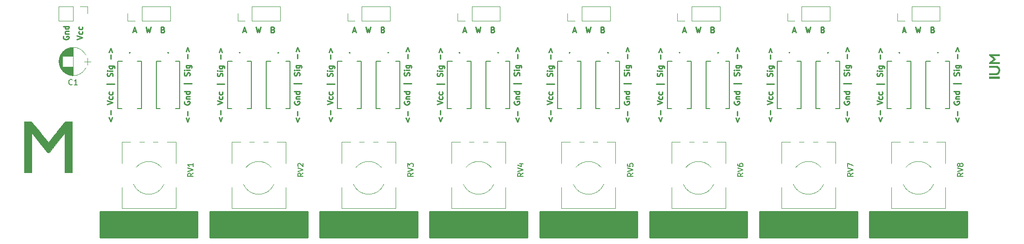
<source format=gto>
G04 #@! TF.FileFunction,Legend,Top*
%FSLAX46Y46*%
G04 Gerber Fmt 4.6, Leading zero omitted, Abs format (unit mm)*
G04 Created by KiCad (PCBNEW 4.0.7) date Monday, 21 May 2018 'PMt' 08:29:24 PM*
%MOMM*%
%LPD*%
G01*
G04 APERTURE LIST*
%ADD10C,0.100000*%
%ADD11C,0.250000*%
%ADD12C,0.120000*%
%ADD13C,0.127000*%
%ADD14C,0.200000*%
%ADD15C,0.010000*%
%ADD16C,0.150000*%
%ADD17C,0.254000*%
G04 APERTURE END LIST*
D10*
D11*
X87166666Y-103166667D02*
X87642857Y-103166667D01*
X87071428Y-103452381D02*
X87404761Y-102452381D01*
X87738095Y-103452381D01*
X89500000Y-102452381D02*
X89738095Y-103452381D01*
X89928572Y-102738095D01*
X90119048Y-103452381D01*
X90357143Y-102452381D01*
X92595239Y-102928571D02*
X92738096Y-102976190D01*
X92785715Y-103023810D01*
X92833334Y-103119048D01*
X92833334Y-103261905D01*
X92785715Y-103357143D01*
X92738096Y-103404762D01*
X92642858Y-103452381D01*
X92261905Y-103452381D01*
X92261905Y-102452381D01*
X92595239Y-102452381D01*
X92690477Y-102500000D01*
X92738096Y-102547619D01*
X92785715Y-102642857D01*
X92785715Y-102738095D01*
X92738096Y-102833333D01*
X92690477Y-102880952D01*
X92595239Y-102928571D01*
X92261905Y-102928571D01*
X47166666Y-103166667D02*
X47642857Y-103166667D01*
X47071428Y-103452381D02*
X47404761Y-102452381D01*
X47738095Y-103452381D01*
X49500000Y-102452381D02*
X49738095Y-103452381D01*
X49928572Y-102738095D01*
X50119048Y-103452381D01*
X50357143Y-102452381D01*
X52595239Y-102928571D02*
X52738096Y-102976190D01*
X52785715Y-103023810D01*
X52833334Y-103119048D01*
X52833334Y-103261905D01*
X52785715Y-103357143D01*
X52738096Y-103404762D01*
X52642858Y-103452381D01*
X52261905Y-103452381D01*
X52261905Y-102452381D01*
X52595239Y-102452381D01*
X52690477Y-102500000D01*
X52738096Y-102547619D01*
X52785715Y-102642857D01*
X52785715Y-102738095D01*
X52738096Y-102833333D01*
X52690477Y-102880952D01*
X52595239Y-102928571D01*
X52261905Y-102928571D01*
X34500000Y-104142857D02*
X34452381Y-104238095D01*
X34452381Y-104380952D01*
X34500000Y-104523810D01*
X34595238Y-104619048D01*
X34690476Y-104666667D01*
X34880952Y-104714286D01*
X35023810Y-104714286D01*
X35214286Y-104666667D01*
X35309524Y-104619048D01*
X35404762Y-104523810D01*
X35452381Y-104380952D01*
X35452381Y-104285714D01*
X35404762Y-104142857D01*
X35357143Y-104095238D01*
X35023810Y-104095238D01*
X35023810Y-104285714D01*
X34785714Y-103666667D02*
X35452381Y-103666667D01*
X34880952Y-103666667D02*
X34833333Y-103619048D01*
X34785714Y-103523810D01*
X34785714Y-103380952D01*
X34833333Y-103285714D01*
X34928571Y-103238095D01*
X35452381Y-103238095D01*
X35452381Y-102333333D02*
X34452381Y-102333333D01*
X35404762Y-102333333D02*
X35452381Y-102428571D01*
X35452381Y-102619048D01*
X35404762Y-102714286D01*
X35357143Y-102761905D01*
X35261905Y-102809524D01*
X34976190Y-102809524D01*
X34880952Y-102761905D01*
X34833333Y-102714286D01*
X34785714Y-102619048D01*
X34785714Y-102428571D01*
X34833333Y-102333333D01*
X36952381Y-104690476D02*
X37952381Y-104357143D01*
X36952381Y-104023809D01*
X37904762Y-103261904D02*
X37952381Y-103357142D01*
X37952381Y-103547619D01*
X37904762Y-103642857D01*
X37857143Y-103690476D01*
X37761905Y-103738095D01*
X37476190Y-103738095D01*
X37380952Y-103690476D01*
X37333333Y-103642857D01*
X37285714Y-103547619D01*
X37285714Y-103357142D01*
X37333333Y-103261904D01*
X37904762Y-102404761D02*
X37952381Y-102499999D01*
X37952381Y-102690476D01*
X37904762Y-102785714D01*
X37857143Y-102833333D01*
X37761905Y-102880952D01*
X37476190Y-102880952D01*
X37380952Y-102833333D01*
X37333333Y-102785714D01*
X37285714Y-102690476D01*
X37285714Y-102499999D01*
X37333333Y-102404761D01*
X67166666Y-103166667D02*
X67642857Y-103166667D01*
X67071428Y-103452381D02*
X67404761Y-102452381D01*
X67738095Y-103452381D01*
X69500000Y-102452381D02*
X69738095Y-103452381D01*
X69928572Y-102738095D01*
X70119048Y-103452381D01*
X70357143Y-102452381D01*
X72595239Y-102928571D02*
X72738096Y-102976190D01*
X72785715Y-103023810D01*
X72833334Y-103119048D01*
X72833334Y-103261905D01*
X72785715Y-103357143D01*
X72738096Y-103404762D01*
X72642858Y-103452381D01*
X72261905Y-103452381D01*
X72261905Y-102452381D01*
X72595239Y-102452381D01*
X72690477Y-102500000D01*
X72738096Y-102547619D01*
X72785715Y-102642857D01*
X72785715Y-102738095D01*
X72738096Y-102833333D01*
X72690477Y-102880952D01*
X72595239Y-102928571D01*
X72261905Y-102928571D01*
X107166666Y-103166667D02*
X107642857Y-103166667D01*
X107071428Y-103452381D02*
X107404761Y-102452381D01*
X107738095Y-103452381D01*
X109500000Y-102452381D02*
X109738095Y-103452381D01*
X109928572Y-102738095D01*
X110119048Y-103452381D01*
X110357143Y-102452381D01*
X112595239Y-102928571D02*
X112738096Y-102976190D01*
X112785715Y-103023810D01*
X112833334Y-103119048D01*
X112833334Y-103261905D01*
X112785715Y-103357143D01*
X112738096Y-103404762D01*
X112642858Y-103452381D01*
X112261905Y-103452381D01*
X112261905Y-102452381D01*
X112595239Y-102452381D01*
X112690477Y-102500000D01*
X112738096Y-102547619D01*
X112785715Y-102642857D01*
X112785715Y-102738095D01*
X112738096Y-102833333D01*
X112690477Y-102880952D01*
X112595239Y-102928571D01*
X112261905Y-102928571D01*
X127166666Y-103166667D02*
X127642857Y-103166667D01*
X127071428Y-103452381D02*
X127404761Y-102452381D01*
X127738095Y-103452381D01*
X129500000Y-102452381D02*
X129738095Y-103452381D01*
X129928572Y-102738095D01*
X130119048Y-103452381D01*
X130357143Y-102452381D01*
X132595239Y-102928571D02*
X132738096Y-102976190D01*
X132785715Y-103023810D01*
X132833334Y-103119048D01*
X132833334Y-103261905D01*
X132785715Y-103357143D01*
X132738096Y-103404762D01*
X132642858Y-103452381D01*
X132261905Y-103452381D01*
X132261905Y-102452381D01*
X132595239Y-102452381D01*
X132690477Y-102500000D01*
X132738096Y-102547619D01*
X132785715Y-102642857D01*
X132785715Y-102738095D01*
X132738096Y-102833333D01*
X132690477Y-102880952D01*
X132595239Y-102928571D01*
X132261905Y-102928571D01*
X147166666Y-103166667D02*
X147642857Y-103166667D01*
X147071428Y-103452381D02*
X147404761Y-102452381D01*
X147738095Y-103452381D01*
X149500000Y-102452381D02*
X149738095Y-103452381D01*
X149928572Y-102738095D01*
X150119048Y-103452381D01*
X150357143Y-102452381D01*
X152595239Y-102928571D02*
X152738096Y-102976190D01*
X152785715Y-103023810D01*
X152833334Y-103119048D01*
X152833334Y-103261905D01*
X152785715Y-103357143D01*
X152738096Y-103404762D01*
X152642858Y-103452381D01*
X152261905Y-103452381D01*
X152261905Y-102452381D01*
X152595239Y-102452381D01*
X152690477Y-102500000D01*
X152738096Y-102547619D01*
X152785715Y-102642857D01*
X152785715Y-102738095D01*
X152738096Y-102833333D01*
X152690477Y-102880952D01*
X152595239Y-102928571D01*
X152261905Y-102928571D01*
X167166666Y-103166667D02*
X167642857Y-103166667D01*
X167071428Y-103452381D02*
X167404761Y-102452381D01*
X167738095Y-103452381D01*
X169500000Y-102452381D02*
X169738095Y-103452381D01*
X169928572Y-102738095D01*
X170119048Y-103452381D01*
X170357143Y-102452381D01*
X172595239Y-102928571D02*
X172738096Y-102976190D01*
X172785715Y-103023810D01*
X172833334Y-103119048D01*
X172833334Y-103261905D01*
X172785715Y-103357143D01*
X172738096Y-103404762D01*
X172642858Y-103452381D01*
X172261905Y-103452381D01*
X172261905Y-102452381D01*
X172595239Y-102452381D01*
X172690477Y-102500000D01*
X172738096Y-102547619D01*
X172785715Y-102642857D01*
X172785715Y-102738095D01*
X172738096Y-102833333D01*
X172690477Y-102880952D01*
X172595239Y-102928571D01*
X172261905Y-102928571D01*
X187166666Y-103166667D02*
X187642857Y-103166667D01*
X187071428Y-103452381D02*
X187404761Y-102452381D01*
X187738095Y-103452381D01*
X189500000Y-102452381D02*
X189738095Y-103452381D01*
X189928572Y-102738095D01*
X190119048Y-103452381D01*
X190357143Y-102452381D01*
X192595239Y-102928571D02*
X192738096Y-102976190D01*
X192785715Y-103023810D01*
X192833334Y-103119048D01*
X192833334Y-103261905D01*
X192785715Y-103357143D01*
X192738096Y-103404762D01*
X192642858Y-103452381D01*
X192261905Y-103452381D01*
X192261905Y-102452381D01*
X192595239Y-102452381D01*
X192690477Y-102500000D01*
X192738096Y-102547619D01*
X192785715Y-102642857D01*
X192785715Y-102738095D01*
X192738096Y-102833333D01*
X192690477Y-102880952D01*
X192595239Y-102928571D01*
X192261905Y-102928571D01*
X182785714Y-118928571D02*
X183071429Y-119690476D01*
X183357143Y-118928571D01*
X183071429Y-118452381D02*
X183071429Y-117690476D01*
X182452381Y-116595238D02*
X183452381Y-116261905D01*
X182452381Y-115928571D01*
X183404762Y-115166666D02*
X183452381Y-115261904D01*
X183452381Y-115452381D01*
X183404762Y-115547619D01*
X183357143Y-115595238D01*
X183261905Y-115642857D01*
X182976190Y-115642857D01*
X182880952Y-115595238D01*
X182833333Y-115547619D01*
X182785714Y-115452381D01*
X182785714Y-115261904D01*
X182833333Y-115166666D01*
X183404762Y-114309523D02*
X183452381Y-114404761D01*
X183452381Y-114595238D01*
X183404762Y-114690476D01*
X183357143Y-114738095D01*
X183261905Y-114785714D01*
X182976190Y-114785714D01*
X182880952Y-114738095D01*
X182833333Y-114690476D01*
X182785714Y-114595238D01*
X182785714Y-114404761D01*
X182833333Y-114309523D01*
X183785714Y-112880952D02*
X182357143Y-112880952D01*
X183404762Y-111452380D02*
X183452381Y-111309523D01*
X183452381Y-111071427D01*
X183404762Y-110976189D01*
X183357143Y-110928570D01*
X183261905Y-110880951D01*
X183166667Y-110880951D01*
X183071429Y-110928570D01*
X183023810Y-110976189D01*
X182976190Y-111071427D01*
X182928571Y-111261904D01*
X182880952Y-111357142D01*
X182833333Y-111404761D01*
X182738095Y-111452380D01*
X182642857Y-111452380D01*
X182547619Y-111404761D01*
X182500000Y-111357142D01*
X182452381Y-111261904D01*
X182452381Y-111023808D01*
X182500000Y-110880951D01*
X183452381Y-110452380D02*
X182785714Y-110452380D01*
X182452381Y-110452380D02*
X182500000Y-110499999D01*
X182547619Y-110452380D01*
X182500000Y-110404761D01*
X182452381Y-110452380D01*
X182547619Y-110452380D01*
X182785714Y-109547618D02*
X183595238Y-109547618D01*
X183690476Y-109595237D01*
X183738095Y-109642856D01*
X183785714Y-109738095D01*
X183785714Y-109880952D01*
X183738095Y-109976190D01*
X183404762Y-109547618D02*
X183452381Y-109642856D01*
X183452381Y-109833333D01*
X183404762Y-109928571D01*
X183357143Y-109976190D01*
X183261905Y-110023809D01*
X182976190Y-110023809D01*
X182880952Y-109976190D01*
X182833333Y-109928571D01*
X182785714Y-109833333D01*
X182785714Y-109642856D01*
X182833333Y-109547618D01*
X183071429Y-108309523D02*
X183071429Y-107547618D01*
X182785714Y-107071428D02*
X183071429Y-106309523D01*
X183357143Y-107071428D01*
X162785714Y-118928571D02*
X163071429Y-119690476D01*
X163357143Y-118928571D01*
X163071429Y-118452381D02*
X163071429Y-117690476D01*
X162452381Y-116595238D02*
X163452381Y-116261905D01*
X162452381Y-115928571D01*
X163404762Y-115166666D02*
X163452381Y-115261904D01*
X163452381Y-115452381D01*
X163404762Y-115547619D01*
X163357143Y-115595238D01*
X163261905Y-115642857D01*
X162976190Y-115642857D01*
X162880952Y-115595238D01*
X162833333Y-115547619D01*
X162785714Y-115452381D01*
X162785714Y-115261904D01*
X162833333Y-115166666D01*
X163404762Y-114309523D02*
X163452381Y-114404761D01*
X163452381Y-114595238D01*
X163404762Y-114690476D01*
X163357143Y-114738095D01*
X163261905Y-114785714D01*
X162976190Y-114785714D01*
X162880952Y-114738095D01*
X162833333Y-114690476D01*
X162785714Y-114595238D01*
X162785714Y-114404761D01*
X162833333Y-114309523D01*
X163785714Y-112880952D02*
X162357143Y-112880952D01*
X163404762Y-111452380D02*
X163452381Y-111309523D01*
X163452381Y-111071427D01*
X163404762Y-110976189D01*
X163357143Y-110928570D01*
X163261905Y-110880951D01*
X163166667Y-110880951D01*
X163071429Y-110928570D01*
X163023810Y-110976189D01*
X162976190Y-111071427D01*
X162928571Y-111261904D01*
X162880952Y-111357142D01*
X162833333Y-111404761D01*
X162738095Y-111452380D01*
X162642857Y-111452380D01*
X162547619Y-111404761D01*
X162500000Y-111357142D01*
X162452381Y-111261904D01*
X162452381Y-111023808D01*
X162500000Y-110880951D01*
X163452381Y-110452380D02*
X162785714Y-110452380D01*
X162452381Y-110452380D02*
X162500000Y-110499999D01*
X162547619Y-110452380D01*
X162500000Y-110404761D01*
X162452381Y-110452380D01*
X162547619Y-110452380D01*
X162785714Y-109547618D02*
X163595238Y-109547618D01*
X163690476Y-109595237D01*
X163738095Y-109642856D01*
X163785714Y-109738095D01*
X163785714Y-109880952D01*
X163738095Y-109976190D01*
X163404762Y-109547618D02*
X163452381Y-109642856D01*
X163452381Y-109833333D01*
X163404762Y-109928571D01*
X163357143Y-109976190D01*
X163261905Y-110023809D01*
X162976190Y-110023809D01*
X162880952Y-109976190D01*
X162833333Y-109928571D01*
X162785714Y-109833333D01*
X162785714Y-109642856D01*
X162833333Y-109547618D01*
X163071429Y-108309523D02*
X163071429Y-107547618D01*
X162785714Y-107071428D02*
X163071429Y-106309523D01*
X163357143Y-107071428D01*
X142785714Y-118928571D02*
X143071429Y-119690476D01*
X143357143Y-118928571D01*
X143071429Y-118452381D02*
X143071429Y-117690476D01*
X142452381Y-116595238D02*
X143452381Y-116261905D01*
X142452381Y-115928571D01*
X143404762Y-115166666D02*
X143452381Y-115261904D01*
X143452381Y-115452381D01*
X143404762Y-115547619D01*
X143357143Y-115595238D01*
X143261905Y-115642857D01*
X142976190Y-115642857D01*
X142880952Y-115595238D01*
X142833333Y-115547619D01*
X142785714Y-115452381D01*
X142785714Y-115261904D01*
X142833333Y-115166666D01*
X143404762Y-114309523D02*
X143452381Y-114404761D01*
X143452381Y-114595238D01*
X143404762Y-114690476D01*
X143357143Y-114738095D01*
X143261905Y-114785714D01*
X142976190Y-114785714D01*
X142880952Y-114738095D01*
X142833333Y-114690476D01*
X142785714Y-114595238D01*
X142785714Y-114404761D01*
X142833333Y-114309523D01*
X143785714Y-112880952D02*
X142357143Y-112880952D01*
X143404762Y-111452380D02*
X143452381Y-111309523D01*
X143452381Y-111071427D01*
X143404762Y-110976189D01*
X143357143Y-110928570D01*
X143261905Y-110880951D01*
X143166667Y-110880951D01*
X143071429Y-110928570D01*
X143023810Y-110976189D01*
X142976190Y-111071427D01*
X142928571Y-111261904D01*
X142880952Y-111357142D01*
X142833333Y-111404761D01*
X142738095Y-111452380D01*
X142642857Y-111452380D01*
X142547619Y-111404761D01*
X142500000Y-111357142D01*
X142452381Y-111261904D01*
X142452381Y-111023808D01*
X142500000Y-110880951D01*
X143452381Y-110452380D02*
X142785714Y-110452380D01*
X142452381Y-110452380D02*
X142500000Y-110499999D01*
X142547619Y-110452380D01*
X142500000Y-110404761D01*
X142452381Y-110452380D01*
X142547619Y-110452380D01*
X142785714Y-109547618D02*
X143595238Y-109547618D01*
X143690476Y-109595237D01*
X143738095Y-109642856D01*
X143785714Y-109738095D01*
X143785714Y-109880952D01*
X143738095Y-109976190D01*
X143404762Y-109547618D02*
X143452381Y-109642856D01*
X143452381Y-109833333D01*
X143404762Y-109928571D01*
X143357143Y-109976190D01*
X143261905Y-110023809D01*
X142976190Y-110023809D01*
X142880952Y-109976190D01*
X142833333Y-109928571D01*
X142785714Y-109833333D01*
X142785714Y-109642856D01*
X142833333Y-109547618D01*
X143071429Y-108309523D02*
X143071429Y-107547618D01*
X142785714Y-107071428D02*
X143071429Y-106309523D01*
X143357143Y-107071428D01*
X196785714Y-119047619D02*
X197071429Y-119809524D01*
X197357143Y-119047619D01*
X197071429Y-118571429D02*
X197071429Y-117809524D01*
X196500000Y-116047619D02*
X196452381Y-116142857D01*
X196452381Y-116285714D01*
X196500000Y-116428572D01*
X196595238Y-116523810D01*
X196690476Y-116571429D01*
X196880952Y-116619048D01*
X197023810Y-116619048D01*
X197214286Y-116571429D01*
X197309524Y-116523810D01*
X197404762Y-116428572D01*
X197452381Y-116285714D01*
X197452381Y-116190476D01*
X197404762Y-116047619D01*
X197357143Y-116000000D01*
X197023810Y-116000000D01*
X197023810Y-116190476D01*
X196785714Y-115571429D02*
X197452381Y-115571429D01*
X196880952Y-115571429D02*
X196833333Y-115523810D01*
X196785714Y-115428572D01*
X196785714Y-115285714D01*
X196833333Y-115190476D01*
X196928571Y-115142857D01*
X197452381Y-115142857D01*
X197452381Y-114238095D02*
X196452381Y-114238095D01*
X197404762Y-114238095D02*
X197452381Y-114333333D01*
X197452381Y-114523810D01*
X197404762Y-114619048D01*
X197357143Y-114666667D01*
X197261905Y-114714286D01*
X196976190Y-114714286D01*
X196880952Y-114666667D01*
X196833333Y-114619048D01*
X196785714Y-114523810D01*
X196785714Y-114333333D01*
X196833333Y-114238095D01*
X197785714Y-112761905D02*
X196357143Y-112761905D01*
X197404762Y-111333333D02*
X197452381Y-111190476D01*
X197452381Y-110952380D01*
X197404762Y-110857142D01*
X197357143Y-110809523D01*
X197261905Y-110761904D01*
X197166667Y-110761904D01*
X197071429Y-110809523D01*
X197023810Y-110857142D01*
X196976190Y-110952380D01*
X196928571Y-111142857D01*
X196880952Y-111238095D01*
X196833333Y-111285714D01*
X196738095Y-111333333D01*
X196642857Y-111333333D01*
X196547619Y-111285714D01*
X196500000Y-111238095D01*
X196452381Y-111142857D01*
X196452381Y-110904761D01*
X196500000Y-110761904D01*
X197452381Y-110333333D02*
X196785714Y-110333333D01*
X196452381Y-110333333D02*
X196500000Y-110380952D01*
X196547619Y-110333333D01*
X196500000Y-110285714D01*
X196452381Y-110333333D01*
X196547619Y-110333333D01*
X196785714Y-109428571D02*
X197595238Y-109428571D01*
X197690476Y-109476190D01*
X197738095Y-109523809D01*
X197785714Y-109619048D01*
X197785714Y-109761905D01*
X197738095Y-109857143D01*
X197404762Y-109428571D02*
X197452381Y-109523809D01*
X197452381Y-109714286D01*
X197404762Y-109809524D01*
X197357143Y-109857143D01*
X197261905Y-109904762D01*
X196976190Y-109904762D01*
X196880952Y-109857143D01*
X196833333Y-109809524D01*
X196785714Y-109714286D01*
X196785714Y-109523809D01*
X196833333Y-109428571D01*
X197071429Y-108190476D02*
X197071429Y-107428571D01*
X196785714Y-106952381D02*
X197071429Y-106190476D01*
X197357143Y-106952381D01*
X176785714Y-119047619D02*
X177071429Y-119809524D01*
X177357143Y-119047619D01*
X177071429Y-118571429D02*
X177071429Y-117809524D01*
X176500000Y-116047619D02*
X176452381Y-116142857D01*
X176452381Y-116285714D01*
X176500000Y-116428572D01*
X176595238Y-116523810D01*
X176690476Y-116571429D01*
X176880952Y-116619048D01*
X177023810Y-116619048D01*
X177214286Y-116571429D01*
X177309524Y-116523810D01*
X177404762Y-116428572D01*
X177452381Y-116285714D01*
X177452381Y-116190476D01*
X177404762Y-116047619D01*
X177357143Y-116000000D01*
X177023810Y-116000000D01*
X177023810Y-116190476D01*
X176785714Y-115571429D02*
X177452381Y-115571429D01*
X176880952Y-115571429D02*
X176833333Y-115523810D01*
X176785714Y-115428572D01*
X176785714Y-115285714D01*
X176833333Y-115190476D01*
X176928571Y-115142857D01*
X177452381Y-115142857D01*
X177452381Y-114238095D02*
X176452381Y-114238095D01*
X177404762Y-114238095D02*
X177452381Y-114333333D01*
X177452381Y-114523810D01*
X177404762Y-114619048D01*
X177357143Y-114666667D01*
X177261905Y-114714286D01*
X176976190Y-114714286D01*
X176880952Y-114666667D01*
X176833333Y-114619048D01*
X176785714Y-114523810D01*
X176785714Y-114333333D01*
X176833333Y-114238095D01*
X177785714Y-112761905D02*
X176357143Y-112761905D01*
X177404762Y-111333333D02*
X177452381Y-111190476D01*
X177452381Y-110952380D01*
X177404762Y-110857142D01*
X177357143Y-110809523D01*
X177261905Y-110761904D01*
X177166667Y-110761904D01*
X177071429Y-110809523D01*
X177023810Y-110857142D01*
X176976190Y-110952380D01*
X176928571Y-111142857D01*
X176880952Y-111238095D01*
X176833333Y-111285714D01*
X176738095Y-111333333D01*
X176642857Y-111333333D01*
X176547619Y-111285714D01*
X176500000Y-111238095D01*
X176452381Y-111142857D01*
X176452381Y-110904761D01*
X176500000Y-110761904D01*
X177452381Y-110333333D02*
X176785714Y-110333333D01*
X176452381Y-110333333D02*
X176500000Y-110380952D01*
X176547619Y-110333333D01*
X176500000Y-110285714D01*
X176452381Y-110333333D01*
X176547619Y-110333333D01*
X176785714Y-109428571D02*
X177595238Y-109428571D01*
X177690476Y-109476190D01*
X177738095Y-109523809D01*
X177785714Y-109619048D01*
X177785714Y-109761905D01*
X177738095Y-109857143D01*
X177404762Y-109428571D02*
X177452381Y-109523809D01*
X177452381Y-109714286D01*
X177404762Y-109809524D01*
X177357143Y-109857143D01*
X177261905Y-109904762D01*
X176976190Y-109904762D01*
X176880952Y-109857143D01*
X176833333Y-109809524D01*
X176785714Y-109714286D01*
X176785714Y-109523809D01*
X176833333Y-109428571D01*
X177071429Y-108190476D02*
X177071429Y-107428571D01*
X176785714Y-106952381D02*
X177071429Y-106190476D01*
X177357143Y-106952381D01*
X156785714Y-119047619D02*
X157071429Y-119809524D01*
X157357143Y-119047619D01*
X157071429Y-118571429D02*
X157071429Y-117809524D01*
X156500000Y-116047619D02*
X156452381Y-116142857D01*
X156452381Y-116285714D01*
X156500000Y-116428572D01*
X156595238Y-116523810D01*
X156690476Y-116571429D01*
X156880952Y-116619048D01*
X157023810Y-116619048D01*
X157214286Y-116571429D01*
X157309524Y-116523810D01*
X157404762Y-116428572D01*
X157452381Y-116285714D01*
X157452381Y-116190476D01*
X157404762Y-116047619D01*
X157357143Y-116000000D01*
X157023810Y-116000000D01*
X157023810Y-116190476D01*
X156785714Y-115571429D02*
X157452381Y-115571429D01*
X156880952Y-115571429D02*
X156833333Y-115523810D01*
X156785714Y-115428572D01*
X156785714Y-115285714D01*
X156833333Y-115190476D01*
X156928571Y-115142857D01*
X157452381Y-115142857D01*
X157452381Y-114238095D02*
X156452381Y-114238095D01*
X157404762Y-114238095D02*
X157452381Y-114333333D01*
X157452381Y-114523810D01*
X157404762Y-114619048D01*
X157357143Y-114666667D01*
X157261905Y-114714286D01*
X156976190Y-114714286D01*
X156880952Y-114666667D01*
X156833333Y-114619048D01*
X156785714Y-114523810D01*
X156785714Y-114333333D01*
X156833333Y-114238095D01*
X157785714Y-112761905D02*
X156357143Y-112761905D01*
X157404762Y-111333333D02*
X157452381Y-111190476D01*
X157452381Y-110952380D01*
X157404762Y-110857142D01*
X157357143Y-110809523D01*
X157261905Y-110761904D01*
X157166667Y-110761904D01*
X157071429Y-110809523D01*
X157023810Y-110857142D01*
X156976190Y-110952380D01*
X156928571Y-111142857D01*
X156880952Y-111238095D01*
X156833333Y-111285714D01*
X156738095Y-111333333D01*
X156642857Y-111333333D01*
X156547619Y-111285714D01*
X156500000Y-111238095D01*
X156452381Y-111142857D01*
X156452381Y-110904761D01*
X156500000Y-110761904D01*
X157452381Y-110333333D02*
X156785714Y-110333333D01*
X156452381Y-110333333D02*
X156500000Y-110380952D01*
X156547619Y-110333333D01*
X156500000Y-110285714D01*
X156452381Y-110333333D01*
X156547619Y-110333333D01*
X156785714Y-109428571D02*
X157595238Y-109428571D01*
X157690476Y-109476190D01*
X157738095Y-109523809D01*
X157785714Y-109619048D01*
X157785714Y-109761905D01*
X157738095Y-109857143D01*
X157404762Y-109428571D02*
X157452381Y-109523809D01*
X157452381Y-109714286D01*
X157404762Y-109809524D01*
X157357143Y-109857143D01*
X157261905Y-109904762D01*
X156976190Y-109904762D01*
X156880952Y-109857143D01*
X156833333Y-109809524D01*
X156785714Y-109714286D01*
X156785714Y-109523809D01*
X156833333Y-109428571D01*
X157071429Y-108190476D02*
X157071429Y-107428571D01*
X156785714Y-106952381D02*
X157071429Y-106190476D01*
X157357143Y-106952381D01*
X122785714Y-118928571D02*
X123071429Y-119690476D01*
X123357143Y-118928571D01*
X123071429Y-118452381D02*
X123071429Y-117690476D01*
X122452381Y-116595238D02*
X123452381Y-116261905D01*
X122452381Y-115928571D01*
X123404762Y-115166666D02*
X123452381Y-115261904D01*
X123452381Y-115452381D01*
X123404762Y-115547619D01*
X123357143Y-115595238D01*
X123261905Y-115642857D01*
X122976190Y-115642857D01*
X122880952Y-115595238D01*
X122833333Y-115547619D01*
X122785714Y-115452381D01*
X122785714Y-115261904D01*
X122833333Y-115166666D01*
X123404762Y-114309523D02*
X123452381Y-114404761D01*
X123452381Y-114595238D01*
X123404762Y-114690476D01*
X123357143Y-114738095D01*
X123261905Y-114785714D01*
X122976190Y-114785714D01*
X122880952Y-114738095D01*
X122833333Y-114690476D01*
X122785714Y-114595238D01*
X122785714Y-114404761D01*
X122833333Y-114309523D01*
X123785714Y-112880952D02*
X122357143Y-112880952D01*
X123404762Y-111452380D02*
X123452381Y-111309523D01*
X123452381Y-111071427D01*
X123404762Y-110976189D01*
X123357143Y-110928570D01*
X123261905Y-110880951D01*
X123166667Y-110880951D01*
X123071429Y-110928570D01*
X123023810Y-110976189D01*
X122976190Y-111071427D01*
X122928571Y-111261904D01*
X122880952Y-111357142D01*
X122833333Y-111404761D01*
X122738095Y-111452380D01*
X122642857Y-111452380D01*
X122547619Y-111404761D01*
X122500000Y-111357142D01*
X122452381Y-111261904D01*
X122452381Y-111023808D01*
X122500000Y-110880951D01*
X123452381Y-110452380D02*
X122785714Y-110452380D01*
X122452381Y-110452380D02*
X122500000Y-110499999D01*
X122547619Y-110452380D01*
X122500000Y-110404761D01*
X122452381Y-110452380D01*
X122547619Y-110452380D01*
X122785714Y-109547618D02*
X123595238Y-109547618D01*
X123690476Y-109595237D01*
X123738095Y-109642856D01*
X123785714Y-109738095D01*
X123785714Y-109880952D01*
X123738095Y-109976190D01*
X123404762Y-109547618D02*
X123452381Y-109642856D01*
X123452381Y-109833333D01*
X123404762Y-109928571D01*
X123357143Y-109976190D01*
X123261905Y-110023809D01*
X122976190Y-110023809D01*
X122880952Y-109976190D01*
X122833333Y-109928571D01*
X122785714Y-109833333D01*
X122785714Y-109642856D01*
X122833333Y-109547618D01*
X123071429Y-108309523D02*
X123071429Y-107547618D01*
X122785714Y-107071428D02*
X123071429Y-106309523D01*
X123357143Y-107071428D01*
X136785714Y-119047619D02*
X137071429Y-119809524D01*
X137357143Y-119047619D01*
X137071429Y-118571429D02*
X137071429Y-117809524D01*
X136500000Y-116047619D02*
X136452381Y-116142857D01*
X136452381Y-116285714D01*
X136500000Y-116428572D01*
X136595238Y-116523810D01*
X136690476Y-116571429D01*
X136880952Y-116619048D01*
X137023810Y-116619048D01*
X137214286Y-116571429D01*
X137309524Y-116523810D01*
X137404762Y-116428572D01*
X137452381Y-116285714D01*
X137452381Y-116190476D01*
X137404762Y-116047619D01*
X137357143Y-116000000D01*
X137023810Y-116000000D01*
X137023810Y-116190476D01*
X136785714Y-115571429D02*
X137452381Y-115571429D01*
X136880952Y-115571429D02*
X136833333Y-115523810D01*
X136785714Y-115428572D01*
X136785714Y-115285714D01*
X136833333Y-115190476D01*
X136928571Y-115142857D01*
X137452381Y-115142857D01*
X137452381Y-114238095D02*
X136452381Y-114238095D01*
X137404762Y-114238095D02*
X137452381Y-114333333D01*
X137452381Y-114523810D01*
X137404762Y-114619048D01*
X137357143Y-114666667D01*
X137261905Y-114714286D01*
X136976190Y-114714286D01*
X136880952Y-114666667D01*
X136833333Y-114619048D01*
X136785714Y-114523810D01*
X136785714Y-114333333D01*
X136833333Y-114238095D01*
X137785714Y-112761905D02*
X136357143Y-112761905D01*
X137404762Y-111333333D02*
X137452381Y-111190476D01*
X137452381Y-110952380D01*
X137404762Y-110857142D01*
X137357143Y-110809523D01*
X137261905Y-110761904D01*
X137166667Y-110761904D01*
X137071429Y-110809523D01*
X137023810Y-110857142D01*
X136976190Y-110952380D01*
X136928571Y-111142857D01*
X136880952Y-111238095D01*
X136833333Y-111285714D01*
X136738095Y-111333333D01*
X136642857Y-111333333D01*
X136547619Y-111285714D01*
X136500000Y-111238095D01*
X136452381Y-111142857D01*
X136452381Y-110904761D01*
X136500000Y-110761904D01*
X137452381Y-110333333D02*
X136785714Y-110333333D01*
X136452381Y-110333333D02*
X136500000Y-110380952D01*
X136547619Y-110333333D01*
X136500000Y-110285714D01*
X136452381Y-110333333D01*
X136547619Y-110333333D01*
X136785714Y-109428571D02*
X137595238Y-109428571D01*
X137690476Y-109476190D01*
X137738095Y-109523809D01*
X137785714Y-109619048D01*
X137785714Y-109761905D01*
X137738095Y-109857143D01*
X137404762Y-109428571D02*
X137452381Y-109523809D01*
X137452381Y-109714286D01*
X137404762Y-109809524D01*
X137357143Y-109857143D01*
X137261905Y-109904762D01*
X136976190Y-109904762D01*
X136880952Y-109857143D01*
X136833333Y-109809524D01*
X136785714Y-109714286D01*
X136785714Y-109523809D01*
X136833333Y-109428571D01*
X137071429Y-108190476D02*
X137071429Y-107428571D01*
X136785714Y-106952381D02*
X137071429Y-106190476D01*
X137357143Y-106952381D01*
X116785714Y-119047619D02*
X117071429Y-119809524D01*
X117357143Y-119047619D01*
X117071429Y-118571429D02*
X117071429Y-117809524D01*
X116500000Y-116047619D02*
X116452381Y-116142857D01*
X116452381Y-116285714D01*
X116500000Y-116428572D01*
X116595238Y-116523810D01*
X116690476Y-116571429D01*
X116880952Y-116619048D01*
X117023810Y-116619048D01*
X117214286Y-116571429D01*
X117309524Y-116523810D01*
X117404762Y-116428572D01*
X117452381Y-116285714D01*
X117452381Y-116190476D01*
X117404762Y-116047619D01*
X117357143Y-116000000D01*
X117023810Y-116000000D01*
X117023810Y-116190476D01*
X116785714Y-115571429D02*
X117452381Y-115571429D01*
X116880952Y-115571429D02*
X116833333Y-115523810D01*
X116785714Y-115428572D01*
X116785714Y-115285714D01*
X116833333Y-115190476D01*
X116928571Y-115142857D01*
X117452381Y-115142857D01*
X117452381Y-114238095D02*
X116452381Y-114238095D01*
X117404762Y-114238095D02*
X117452381Y-114333333D01*
X117452381Y-114523810D01*
X117404762Y-114619048D01*
X117357143Y-114666667D01*
X117261905Y-114714286D01*
X116976190Y-114714286D01*
X116880952Y-114666667D01*
X116833333Y-114619048D01*
X116785714Y-114523810D01*
X116785714Y-114333333D01*
X116833333Y-114238095D01*
X117785714Y-112761905D02*
X116357143Y-112761905D01*
X117404762Y-111333333D02*
X117452381Y-111190476D01*
X117452381Y-110952380D01*
X117404762Y-110857142D01*
X117357143Y-110809523D01*
X117261905Y-110761904D01*
X117166667Y-110761904D01*
X117071429Y-110809523D01*
X117023810Y-110857142D01*
X116976190Y-110952380D01*
X116928571Y-111142857D01*
X116880952Y-111238095D01*
X116833333Y-111285714D01*
X116738095Y-111333333D01*
X116642857Y-111333333D01*
X116547619Y-111285714D01*
X116500000Y-111238095D01*
X116452381Y-111142857D01*
X116452381Y-110904761D01*
X116500000Y-110761904D01*
X117452381Y-110333333D02*
X116785714Y-110333333D01*
X116452381Y-110333333D02*
X116500000Y-110380952D01*
X116547619Y-110333333D01*
X116500000Y-110285714D01*
X116452381Y-110333333D01*
X116547619Y-110333333D01*
X116785714Y-109428571D02*
X117595238Y-109428571D01*
X117690476Y-109476190D01*
X117738095Y-109523809D01*
X117785714Y-109619048D01*
X117785714Y-109761905D01*
X117738095Y-109857143D01*
X117404762Y-109428571D02*
X117452381Y-109523809D01*
X117452381Y-109714286D01*
X117404762Y-109809524D01*
X117357143Y-109857143D01*
X117261905Y-109904762D01*
X116976190Y-109904762D01*
X116880952Y-109857143D01*
X116833333Y-109809524D01*
X116785714Y-109714286D01*
X116785714Y-109523809D01*
X116833333Y-109428571D01*
X117071429Y-108190476D02*
X117071429Y-107428571D01*
X116785714Y-106952381D02*
X117071429Y-106190476D01*
X117357143Y-106952381D01*
X102785714Y-118928571D02*
X103071429Y-119690476D01*
X103357143Y-118928571D01*
X103071429Y-118452381D02*
X103071429Y-117690476D01*
X102452381Y-116595238D02*
X103452381Y-116261905D01*
X102452381Y-115928571D01*
X103404762Y-115166666D02*
X103452381Y-115261904D01*
X103452381Y-115452381D01*
X103404762Y-115547619D01*
X103357143Y-115595238D01*
X103261905Y-115642857D01*
X102976190Y-115642857D01*
X102880952Y-115595238D01*
X102833333Y-115547619D01*
X102785714Y-115452381D01*
X102785714Y-115261904D01*
X102833333Y-115166666D01*
X103404762Y-114309523D02*
X103452381Y-114404761D01*
X103452381Y-114595238D01*
X103404762Y-114690476D01*
X103357143Y-114738095D01*
X103261905Y-114785714D01*
X102976190Y-114785714D01*
X102880952Y-114738095D01*
X102833333Y-114690476D01*
X102785714Y-114595238D01*
X102785714Y-114404761D01*
X102833333Y-114309523D01*
X103785714Y-112880952D02*
X102357143Y-112880952D01*
X103404762Y-111452380D02*
X103452381Y-111309523D01*
X103452381Y-111071427D01*
X103404762Y-110976189D01*
X103357143Y-110928570D01*
X103261905Y-110880951D01*
X103166667Y-110880951D01*
X103071429Y-110928570D01*
X103023810Y-110976189D01*
X102976190Y-111071427D01*
X102928571Y-111261904D01*
X102880952Y-111357142D01*
X102833333Y-111404761D01*
X102738095Y-111452380D01*
X102642857Y-111452380D01*
X102547619Y-111404761D01*
X102500000Y-111357142D01*
X102452381Y-111261904D01*
X102452381Y-111023808D01*
X102500000Y-110880951D01*
X103452381Y-110452380D02*
X102785714Y-110452380D01*
X102452381Y-110452380D02*
X102500000Y-110499999D01*
X102547619Y-110452380D01*
X102500000Y-110404761D01*
X102452381Y-110452380D01*
X102547619Y-110452380D01*
X102785714Y-109547618D02*
X103595238Y-109547618D01*
X103690476Y-109595237D01*
X103738095Y-109642856D01*
X103785714Y-109738095D01*
X103785714Y-109880952D01*
X103738095Y-109976190D01*
X103404762Y-109547618D02*
X103452381Y-109642856D01*
X103452381Y-109833333D01*
X103404762Y-109928571D01*
X103357143Y-109976190D01*
X103261905Y-110023809D01*
X102976190Y-110023809D01*
X102880952Y-109976190D01*
X102833333Y-109928571D01*
X102785714Y-109833333D01*
X102785714Y-109642856D01*
X102833333Y-109547618D01*
X103071429Y-108309523D02*
X103071429Y-107547618D01*
X102785714Y-107071428D02*
X103071429Y-106309523D01*
X103357143Y-107071428D01*
X82785714Y-118928571D02*
X83071429Y-119690476D01*
X83357143Y-118928571D01*
X83071429Y-118452381D02*
X83071429Y-117690476D01*
X82452381Y-116595238D02*
X83452381Y-116261905D01*
X82452381Y-115928571D01*
X83404762Y-115166666D02*
X83452381Y-115261904D01*
X83452381Y-115452381D01*
X83404762Y-115547619D01*
X83357143Y-115595238D01*
X83261905Y-115642857D01*
X82976190Y-115642857D01*
X82880952Y-115595238D01*
X82833333Y-115547619D01*
X82785714Y-115452381D01*
X82785714Y-115261904D01*
X82833333Y-115166666D01*
X83404762Y-114309523D02*
X83452381Y-114404761D01*
X83452381Y-114595238D01*
X83404762Y-114690476D01*
X83357143Y-114738095D01*
X83261905Y-114785714D01*
X82976190Y-114785714D01*
X82880952Y-114738095D01*
X82833333Y-114690476D01*
X82785714Y-114595238D01*
X82785714Y-114404761D01*
X82833333Y-114309523D01*
X83785714Y-112880952D02*
X82357143Y-112880952D01*
X83404762Y-111452380D02*
X83452381Y-111309523D01*
X83452381Y-111071427D01*
X83404762Y-110976189D01*
X83357143Y-110928570D01*
X83261905Y-110880951D01*
X83166667Y-110880951D01*
X83071429Y-110928570D01*
X83023810Y-110976189D01*
X82976190Y-111071427D01*
X82928571Y-111261904D01*
X82880952Y-111357142D01*
X82833333Y-111404761D01*
X82738095Y-111452380D01*
X82642857Y-111452380D01*
X82547619Y-111404761D01*
X82500000Y-111357142D01*
X82452381Y-111261904D01*
X82452381Y-111023808D01*
X82500000Y-110880951D01*
X83452381Y-110452380D02*
X82785714Y-110452380D01*
X82452381Y-110452380D02*
X82500000Y-110499999D01*
X82547619Y-110452380D01*
X82500000Y-110404761D01*
X82452381Y-110452380D01*
X82547619Y-110452380D01*
X82785714Y-109547618D02*
X83595238Y-109547618D01*
X83690476Y-109595237D01*
X83738095Y-109642856D01*
X83785714Y-109738095D01*
X83785714Y-109880952D01*
X83738095Y-109976190D01*
X83404762Y-109547618D02*
X83452381Y-109642856D01*
X83452381Y-109833333D01*
X83404762Y-109928571D01*
X83357143Y-109976190D01*
X83261905Y-110023809D01*
X82976190Y-110023809D01*
X82880952Y-109976190D01*
X82833333Y-109928571D01*
X82785714Y-109833333D01*
X82785714Y-109642856D01*
X82833333Y-109547618D01*
X83071429Y-108309523D02*
X83071429Y-107547618D01*
X82785714Y-107071428D02*
X83071429Y-106309523D01*
X83357143Y-107071428D01*
X96785714Y-119047619D02*
X97071429Y-119809524D01*
X97357143Y-119047619D01*
X97071429Y-118571429D02*
X97071429Y-117809524D01*
X96500000Y-116047619D02*
X96452381Y-116142857D01*
X96452381Y-116285714D01*
X96500000Y-116428572D01*
X96595238Y-116523810D01*
X96690476Y-116571429D01*
X96880952Y-116619048D01*
X97023810Y-116619048D01*
X97214286Y-116571429D01*
X97309524Y-116523810D01*
X97404762Y-116428572D01*
X97452381Y-116285714D01*
X97452381Y-116190476D01*
X97404762Y-116047619D01*
X97357143Y-116000000D01*
X97023810Y-116000000D01*
X97023810Y-116190476D01*
X96785714Y-115571429D02*
X97452381Y-115571429D01*
X96880952Y-115571429D02*
X96833333Y-115523810D01*
X96785714Y-115428572D01*
X96785714Y-115285714D01*
X96833333Y-115190476D01*
X96928571Y-115142857D01*
X97452381Y-115142857D01*
X97452381Y-114238095D02*
X96452381Y-114238095D01*
X97404762Y-114238095D02*
X97452381Y-114333333D01*
X97452381Y-114523810D01*
X97404762Y-114619048D01*
X97357143Y-114666667D01*
X97261905Y-114714286D01*
X96976190Y-114714286D01*
X96880952Y-114666667D01*
X96833333Y-114619048D01*
X96785714Y-114523810D01*
X96785714Y-114333333D01*
X96833333Y-114238095D01*
X97785714Y-112761905D02*
X96357143Y-112761905D01*
X97404762Y-111333333D02*
X97452381Y-111190476D01*
X97452381Y-110952380D01*
X97404762Y-110857142D01*
X97357143Y-110809523D01*
X97261905Y-110761904D01*
X97166667Y-110761904D01*
X97071429Y-110809523D01*
X97023810Y-110857142D01*
X96976190Y-110952380D01*
X96928571Y-111142857D01*
X96880952Y-111238095D01*
X96833333Y-111285714D01*
X96738095Y-111333333D01*
X96642857Y-111333333D01*
X96547619Y-111285714D01*
X96500000Y-111238095D01*
X96452381Y-111142857D01*
X96452381Y-110904761D01*
X96500000Y-110761904D01*
X97452381Y-110333333D02*
X96785714Y-110333333D01*
X96452381Y-110333333D02*
X96500000Y-110380952D01*
X96547619Y-110333333D01*
X96500000Y-110285714D01*
X96452381Y-110333333D01*
X96547619Y-110333333D01*
X96785714Y-109428571D02*
X97595238Y-109428571D01*
X97690476Y-109476190D01*
X97738095Y-109523809D01*
X97785714Y-109619048D01*
X97785714Y-109761905D01*
X97738095Y-109857143D01*
X97404762Y-109428571D02*
X97452381Y-109523809D01*
X97452381Y-109714286D01*
X97404762Y-109809524D01*
X97357143Y-109857143D01*
X97261905Y-109904762D01*
X96976190Y-109904762D01*
X96880952Y-109857143D01*
X96833333Y-109809524D01*
X96785714Y-109714286D01*
X96785714Y-109523809D01*
X96833333Y-109428571D01*
X97071429Y-108190476D02*
X97071429Y-107428571D01*
X96785714Y-106952381D02*
X97071429Y-106190476D01*
X97357143Y-106952381D01*
X62785714Y-118928571D02*
X63071429Y-119690476D01*
X63357143Y-118928571D01*
X63071429Y-118452381D02*
X63071429Y-117690476D01*
X62452381Y-116595238D02*
X63452381Y-116261905D01*
X62452381Y-115928571D01*
X63404762Y-115166666D02*
X63452381Y-115261904D01*
X63452381Y-115452381D01*
X63404762Y-115547619D01*
X63357143Y-115595238D01*
X63261905Y-115642857D01*
X62976190Y-115642857D01*
X62880952Y-115595238D01*
X62833333Y-115547619D01*
X62785714Y-115452381D01*
X62785714Y-115261904D01*
X62833333Y-115166666D01*
X63404762Y-114309523D02*
X63452381Y-114404761D01*
X63452381Y-114595238D01*
X63404762Y-114690476D01*
X63357143Y-114738095D01*
X63261905Y-114785714D01*
X62976190Y-114785714D01*
X62880952Y-114738095D01*
X62833333Y-114690476D01*
X62785714Y-114595238D01*
X62785714Y-114404761D01*
X62833333Y-114309523D01*
X63785714Y-112880952D02*
X62357143Y-112880952D01*
X63404762Y-111452380D02*
X63452381Y-111309523D01*
X63452381Y-111071427D01*
X63404762Y-110976189D01*
X63357143Y-110928570D01*
X63261905Y-110880951D01*
X63166667Y-110880951D01*
X63071429Y-110928570D01*
X63023810Y-110976189D01*
X62976190Y-111071427D01*
X62928571Y-111261904D01*
X62880952Y-111357142D01*
X62833333Y-111404761D01*
X62738095Y-111452380D01*
X62642857Y-111452380D01*
X62547619Y-111404761D01*
X62500000Y-111357142D01*
X62452381Y-111261904D01*
X62452381Y-111023808D01*
X62500000Y-110880951D01*
X63452381Y-110452380D02*
X62785714Y-110452380D01*
X62452381Y-110452380D02*
X62500000Y-110499999D01*
X62547619Y-110452380D01*
X62500000Y-110404761D01*
X62452381Y-110452380D01*
X62547619Y-110452380D01*
X62785714Y-109547618D02*
X63595238Y-109547618D01*
X63690476Y-109595237D01*
X63738095Y-109642856D01*
X63785714Y-109738095D01*
X63785714Y-109880952D01*
X63738095Y-109976190D01*
X63404762Y-109547618D02*
X63452381Y-109642856D01*
X63452381Y-109833333D01*
X63404762Y-109928571D01*
X63357143Y-109976190D01*
X63261905Y-110023809D01*
X62976190Y-110023809D01*
X62880952Y-109976190D01*
X62833333Y-109928571D01*
X62785714Y-109833333D01*
X62785714Y-109642856D01*
X62833333Y-109547618D01*
X63071429Y-108309523D02*
X63071429Y-107547618D01*
X62785714Y-107071428D02*
X63071429Y-106309523D01*
X63357143Y-107071428D01*
X76785714Y-119047619D02*
X77071429Y-119809524D01*
X77357143Y-119047619D01*
X77071429Y-118571429D02*
X77071429Y-117809524D01*
X76500000Y-116047619D02*
X76452381Y-116142857D01*
X76452381Y-116285714D01*
X76500000Y-116428572D01*
X76595238Y-116523810D01*
X76690476Y-116571429D01*
X76880952Y-116619048D01*
X77023810Y-116619048D01*
X77214286Y-116571429D01*
X77309524Y-116523810D01*
X77404762Y-116428572D01*
X77452381Y-116285714D01*
X77452381Y-116190476D01*
X77404762Y-116047619D01*
X77357143Y-116000000D01*
X77023810Y-116000000D01*
X77023810Y-116190476D01*
X76785714Y-115571429D02*
X77452381Y-115571429D01*
X76880952Y-115571429D02*
X76833333Y-115523810D01*
X76785714Y-115428572D01*
X76785714Y-115285714D01*
X76833333Y-115190476D01*
X76928571Y-115142857D01*
X77452381Y-115142857D01*
X77452381Y-114238095D02*
X76452381Y-114238095D01*
X77404762Y-114238095D02*
X77452381Y-114333333D01*
X77452381Y-114523810D01*
X77404762Y-114619048D01*
X77357143Y-114666667D01*
X77261905Y-114714286D01*
X76976190Y-114714286D01*
X76880952Y-114666667D01*
X76833333Y-114619048D01*
X76785714Y-114523810D01*
X76785714Y-114333333D01*
X76833333Y-114238095D01*
X77785714Y-112761905D02*
X76357143Y-112761905D01*
X77404762Y-111333333D02*
X77452381Y-111190476D01*
X77452381Y-110952380D01*
X77404762Y-110857142D01*
X77357143Y-110809523D01*
X77261905Y-110761904D01*
X77166667Y-110761904D01*
X77071429Y-110809523D01*
X77023810Y-110857142D01*
X76976190Y-110952380D01*
X76928571Y-111142857D01*
X76880952Y-111238095D01*
X76833333Y-111285714D01*
X76738095Y-111333333D01*
X76642857Y-111333333D01*
X76547619Y-111285714D01*
X76500000Y-111238095D01*
X76452381Y-111142857D01*
X76452381Y-110904761D01*
X76500000Y-110761904D01*
X77452381Y-110333333D02*
X76785714Y-110333333D01*
X76452381Y-110333333D02*
X76500000Y-110380952D01*
X76547619Y-110333333D01*
X76500000Y-110285714D01*
X76452381Y-110333333D01*
X76547619Y-110333333D01*
X76785714Y-109428571D02*
X77595238Y-109428571D01*
X77690476Y-109476190D01*
X77738095Y-109523809D01*
X77785714Y-109619048D01*
X77785714Y-109761905D01*
X77738095Y-109857143D01*
X77404762Y-109428571D02*
X77452381Y-109523809D01*
X77452381Y-109714286D01*
X77404762Y-109809524D01*
X77357143Y-109857143D01*
X77261905Y-109904762D01*
X76976190Y-109904762D01*
X76880952Y-109857143D01*
X76833333Y-109809524D01*
X76785714Y-109714286D01*
X76785714Y-109523809D01*
X76833333Y-109428571D01*
X77071429Y-108190476D02*
X77071429Y-107428571D01*
X76785714Y-106952381D02*
X77071429Y-106190476D01*
X77357143Y-106952381D01*
X56785714Y-119047619D02*
X57071429Y-119809524D01*
X57357143Y-119047619D01*
X57071429Y-118571429D02*
X57071429Y-117809524D01*
X56500000Y-116047619D02*
X56452381Y-116142857D01*
X56452381Y-116285714D01*
X56500000Y-116428572D01*
X56595238Y-116523810D01*
X56690476Y-116571429D01*
X56880952Y-116619048D01*
X57023810Y-116619048D01*
X57214286Y-116571429D01*
X57309524Y-116523810D01*
X57404762Y-116428572D01*
X57452381Y-116285714D01*
X57452381Y-116190476D01*
X57404762Y-116047619D01*
X57357143Y-116000000D01*
X57023810Y-116000000D01*
X57023810Y-116190476D01*
X56785714Y-115571429D02*
X57452381Y-115571429D01*
X56880952Y-115571429D02*
X56833333Y-115523810D01*
X56785714Y-115428572D01*
X56785714Y-115285714D01*
X56833333Y-115190476D01*
X56928571Y-115142857D01*
X57452381Y-115142857D01*
X57452381Y-114238095D02*
X56452381Y-114238095D01*
X57404762Y-114238095D02*
X57452381Y-114333333D01*
X57452381Y-114523810D01*
X57404762Y-114619048D01*
X57357143Y-114666667D01*
X57261905Y-114714286D01*
X56976190Y-114714286D01*
X56880952Y-114666667D01*
X56833333Y-114619048D01*
X56785714Y-114523810D01*
X56785714Y-114333333D01*
X56833333Y-114238095D01*
X57785714Y-112761905D02*
X56357143Y-112761905D01*
X57404762Y-111333333D02*
X57452381Y-111190476D01*
X57452381Y-110952380D01*
X57404762Y-110857142D01*
X57357143Y-110809523D01*
X57261905Y-110761904D01*
X57166667Y-110761904D01*
X57071429Y-110809523D01*
X57023810Y-110857142D01*
X56976190Y-110952380D01*
X56928571Y-111142857D01*
X56880952Y-111238095D01*
X56833333Y-111285714D01*
X56738095Y-111333333D01*
X56642857Y-111333333D01*
X56547619Y-111285714D01*
X56500000Y-111238095D01*
X56452381Y-111142857D01*
X56452381Y-110904761D01*
X56500000Y-110761904D01*
X57452381Y-110333333D02*
X56785714Y-110333333D01*
X56452381Y-110333333D02*
X56500000Y-110380952D01*
X56547619Y-110333333D01*
X56500000Y-110285714D01*
X56452381Y-110333333D01*
X56547619Y-110333333D01*
X56785714Y-109428571D02*
X57595238Y-109428571D01*
X57690476Y-109476190D01*
X57738095Y-109523809D01*
X57785714Y-109619048D01*
X57785714Y-109761905D01*
X57738095Y-109857143D01*
X57404762Y-109428571D02*
X57452381Y-109523809D01*
X57452381Y-109714286D01*
X57404762Y-109809524D01*
X57357143Y-109857143D01*
X57261905Y-109904762D01*
X56976190Y-109904762D01*
X56880952Y-109857143D01*
X56833333Y-109809524D01*
X56785714Y-109714286D01*
X56785714Y-109523809D01*
X56833333Y-109428571D01*
X57071429Y-108190476D02*
X57071429Y-107428571D01*
X56785714Y-106952381D02*
X57071429Y-106190476D01*
X57357143Y-106952381D01*
X42785714Y-118928571D02*
X43071429Y-119690476D01*
X43357143Y-118928571D01*
X43071429Y-118452381D02*
X43071429Y-117690476D01*
X42452381Y-116595238D02*
X43452381Y-116261905D01*
X42452381Y-115928571D01*
X43404762Y-115166666D02*
X43452381Y-115261904D01*
X43452381Y-115452381D01*
X43404762Y-115547619D01*
X43357143Y-115595238D01*
X43261905Y-115642857D01*
X42976190Y-115642857D01*
X42880952Y-115595238D01*
X42833333Y-115547619D01*
X42785714Y-115452381D01*
X42785714Y-115261904D01*
X42833333Y-115166666D01*
X43404762Y-114309523D02*
X43452381Y-114404761D01*
X43452381Y-114595238D01*
X43404762Y-114690476D01*
X43357143Y-114738095D01*
X43261905Y-114785714D01*
X42976190Y-114785714D01*
X42880952Y-114738095D01*
X42833333Y-114690476D01*
X42785714Y-114595238D01*
X42785714Y-114404761D01*
X42833333Y-114309523D01*
X43785714Y-112880952D02*
X42357143Y-112880952D01*
X43404762Y-111452380D02*
X43452381Y-111309523D01*
X43452381Y-111071427D01*
X43404762Y-110976189D01*
X43357143Y-110928570D01*
X43261905Y-110880951D01*
X43166667Y-110880951D01*
X43071429Y-110928570D01*
X43023810Y-110976189D01*
X42976190Y-111071427D01*
X42928571Y-111261904D01*
X42880952Y-111357142D01*
X42833333Y-111404761D01*
X42738095Y-111452380D01*
X42642857Y-111452380D01*
X42547619Y-111404761D01*
X42500000Y-111357142D01*
X42452381Y-111261904D01*
X42452381Y-111023808D01*
X42500000Y-110880951D01*
X43452381Y-110452380D02*
X42785714Y-110452380D01*
X42452381Y-110452380D02*
X42500000Y-110499999D01*
X42547619Y-110452380D01*
X42500000Y-110404761D01*
X42452381Y-110452380D01*
X42547619Y-110452380D01*
X42785714Y-109547618D02*
X43595238Y-109547618D01*
X43690476Y-109595237D01*
X43738095Y-109642856D01*
X43785714Y-109738095D01*
X43785714Y-109880952D01*
X43738095Y-109976190D01*
X43404762Y-109547618D02*
X43452381Y-109642856D01*
X43452381Y-109833333D01*
X43404762Y-109928571D01*
X43357143Y-109976190D01*
X43261905Y-110023809D01*
X42976190Y-110023809D01*
X42880952Y-109976190D01*
X42833333Y-109928571D01*
X42785714Y-109833333D01*
X42785714Y-109642856D01*
X42833333Y-109547618D01*
X43071429Y-108309523D02*
X43071429Y-107547618D01*
X42785714Y-107071428D02*
X43071429Y-106309523D01*
X43357143Y-107071428D01*
D12*
X36230000Y-98670000D02*
X33630000Y-98670000D01*
X33630000Y-98670000D02*
X33630000Y-101330000D01*
X33630000Y-101330000D02*
X36230000Y-101330000D01*
X36230000Y-101330000D02*
X36230000Y-98670000D01*
X37500000Y-98670000D02*
X38830000Y-98670000D01*
X38830000Y-98670000D02*
X38830000Y-100000000D01*
X48770000Y-101330000D02*
X53910000Y-101330000D01*
X53910000Y-101330000D02*
X53910000Y-98670000D01*
X53910000Y-98670000D02*
X48770000Y-98670000D01*
X48770000Y-98670000D02*
X48770000Y-101330000D01*
X47500000Y-101330000D02*
X46170000Y-101330000D01*
X46170000Y-101330000D02*
X46170000Y-100000000D01*
X68770000Y-101330000D02*
X73910000Y-101330000D01*
X73910000Y-101330000D02*
X73910000Y-98670000D01*
X73910000Y-98670000D02*
X68770000Y-98670000D01*
X68770000Y-98670000D02*
X68770000Y-101330000D01*
X67500000Y-101330000D02*
X66170000Y-101330000D01*
X66170000Y-101330000D02*
X66170000Y-100000000D01*
X88770000Y-101330000D02*
X93910000Y-101330000D01*
X93910000Y-101330000D02*
X93910000Y-98670000D01*
X93910000Y-98670000D02*
X88770000Y-98670000D01*
X88770000Y-98670000D02*
X88770000Y-101330000D01*
X87500000Y-101330000D02*
X86170000Y-101330000D01*
X86170000Y-101330000D02*
X86170000Y-100000000D01*
X108770000Y-101330000D02*
X113910000Y-101330000D01*
X113910000Y-101330000D02*
X113910000Y-98670000D01*
X113910000Y-98670000D02*
X108770000Y-98670000D01*
X108770000Y-98670000D02*
X108770000Y-101330000D01*
X107500000Y-101330000D02*
X106170000Y-101330000D01*
X106170000Y-101330000D02*
X106170000Y-100000000D01*
X128770000Y-101330000D02*
X133910000Y-101330000D01*
X133910000Y-101330000D02*
X133910000Y-98670000D01*
X133910000Y-98670000D02*
X128770000Y-98670000D01*
X128770000Y-98670000D02*
X128770000Y-101330000D01*
X127500000Y-101330000D02*
X126170000Y-101330000D01*
X126170000Y-101330000D02*
X126170000Y-100000000D01*
X148770000Y-101330000D02*
X153910000Y-101330000D01*
X153910000Y-101330000D02*
X153910000Y-98670000D01*
X153910000Y-98670000D02*
X148770000Y-98670000D01*
X148770000Y-98670000D02*
X148770000Y-101330000D01*
X147500000Y-101330000D02*
X146170000Y-101330000D01*
X146170000Y-101330000D02*
X146170000Y-100000000D01*
X168770000Y-101330000D02*
X173910000Y-101330000D01*
X173910000Y-101330000D02*
X173910000Y-98670000D01*
X173910000Y-98670000D02*
X168770000Y-98670000D01*
X168770000Y-98670000D02*
X168770000Y-101330000D01*
X167500000Y-101330000D02*
X166170000Y-101330000D01*
X166170000Y-101330000D02*
X166170000Y-100000000D01*
X188770000Y-101330000D02*
X193910000Y-101330000D01*
X193910000Y-101330000D02*
X193910000Y-98670000D01*
X193910000Y-98670000D02*
X188770000Y-98670000D01*
X188770000Y-98670000D02*
X188770000Y-101330000D01*
X187500000Y-101330000D02*
X186170000Y-101330000D01*
X186170000Y-101330000D02*
X186170000Y-100000000D01*
X52762432Y-131171982D02*
G75*
G02X47238000Y-131173000I-2762432J1171982D01*
G01*
X47702247Y-128071705D02*
G75*
G02X52298000Y-128072000I2297753J-1928295D01*
G01*
X54910000Y-123440000D02*
X54910000Y-127306000D01*
X54910000Y-131695000D02*
X54910000Y-135560000D01*
X45090000Y-123440000D02*
X45090000Y-127306000D01*
X45090000Y-131695000D02*
X45090000Y-135560000D01*
X54910000Y-123440000D02*
X53325000Y-123440000D01*
X51675000Y-123440000D02*
X50825000Y-123440000D01*
X49175000Y-123440000D02*
X48325000Y-123440000D01*
X46675000Y-123440000D02*
X45090000Y-123440000D01*
X54910000Y-135560000D02*
X45090000Y-135560000D01*
X72762432Y-131171982D02*
G75*
G02X67238000Y-131173000I-2762432J1171982D01*
G01*
X67702247Y-128071705D02*
G75*
G02X72298000Y-128072000I2297753J-1928295D01*
G01*
X74910000Y-123440000D02*
X74910000Y-127306000D01*
X74910000Y-131695000D02*
X74910000Y-135560000D01*
X65090000Y-123440000D02*
X65090000Y-127306000D01*
X65090000Y-131695000D02*
X65090000Y-135560000D01*
X74910000Y-123440000D02*
X73325000Y-123440000D01*
X71675000Y-123440000D02*
X70825000Y-123440000D01*
X69175000Y-123440000D02*
X68325000Y-123440000D01*
X66675000Y-123440000D02*
X65090000Y-123440000D01*
X74910000Y-135560000D02*
X65090000Y-135560000D01*
X92762432Y-131171982D02*
G75*
G02X87238000Y-131173000I-2762432J1171982D01*
G01*
X87702247Y-128071705D02*
G75*
G02X92298000Y-128072000I2297753J-1928295D01*
G01*
X94910000Y-123440000D02*
X94910000Y-127306000D01*
X94910000Y-131695000D02*
X94910000Y-135560000D01*
X85090000Y-123440000D02*
X85090000Y-127306000D01*
X85090000Y-131695000D02*
X85090000Y-135560000D01*
X94910000Y-123440000D02*
X93325000Y-123440000D01*
X91675000Y-123440000D02*
X90825000Y-123440000D01*
X89175000Y-123440000D02*
X88325000Y-123440000D01*
X86675000Y-123440000D02*
X85090000Y-123440000D01*
X94910000Y-135560000D02*
X85090000Y-135560000D01*
X112762432Y-131171982D02*
G75*
G02X107238000Y-131173000I-2762432J1171982D01*
G01*
X107702247Y-128071705D02*
G75*
G02X112298000Y-128072000I2297753J-1928295D01*
G01*
X114910000Y-123440000D02*
X114910000Y-127306000D01*
X114910000Y-131695000D02*
X114910000Y-135560000D01*
X105090000Y-123440000D02*
X105090000Y-127306000D01*
X105090000Y-131695000D02*
X105090000Y-135560000D01*
X114910000Y-123440000D02*
X113325000Y-123440000D01*
X111675000Y-123440000D02*
X110825000Y-123440000D01*
X109175000Y-123440000D02*
X108325000Y-123440000D01*
X106675000Y-123440000D02*
X105090000Y-123440000D01*
X114910000Y-135560000D02*
X105090000Y-135560000D01*
X132762432Y-131171982D02*
G75*
G02X127238000Y-131173000I-2762432J1171982D01*
G01*
X127702247Y-128071705D02*
G75*
G02X132298000Y-128072000I2297753J-1928295D01*
G01*
X134910000Y-123440000D02*
X134910000Y-127306000D01*
X134910000Y-131695000D02*
X134910000Y-135560000D01*
X125090000Y-123440000D02*
X125090000Y-127306000D01*
X125090000Y-131695000D02*
X125090000Y-135560000D01*
X134910000Y-123440000D02*
X133325000Y-123440000D01*
X131675000Y-123440000D02*
X130825000Y-123440000D01*
X129175000Y-123440000D02*
X128325000Y-123440000D01*
X126675000Y-123440000D02*
X125090000Y-123440000D01*
X134910000Y-135560000D02*
X125090000Y-135560000D01*
X152762432Y-131171982D02*
G75*
G02X147238000Y-131173000I-2762432J1171982D01*
G01*
X147702247Y-128071705D02*
G75*
G02X152298000Y-128072000I2297753J-1928295D01*
G01*
X154910000Y-123440000D02*
X154910000Y-127306000D01*
X154910000Y-131695000D02*
X154910000Y-135560000D01*
X145090000Y-123440000D02*
X145090000Y-127306000D01*
X145090000Y-131695000D02*
X145090000Y-135560000D01*
X154910000Y-123440000D02*
X153325000Y-123440000D01*
X151675000Y-123440000D02*
X150825000Y-123440000D01*
X149175000Y-123440000D02*
X148325000Y-123440000D01*
X146675000Y-123440000D02*
X145090000Y-123440000D01*
X154910000Y-135560000D02*
X145090000Y-135560000D01*
X172762432Y-131171982D02*
G75*
G02X167238000Y-131173000I-2762432J1171982D01*
G01*
X167702247Y-128071705D02*
G75*
G02X172298000Y-128072000I2297753J-1928295D01*
G01*
X174910000Y-123440000D02*
X174910000Y-127306000D01*
X174910000Y-131695000D02*
X174910000Y-135560000D01*
X165090000Y-123440000D02*
X165090000Y-127306000D01*
X165090000Y-131695000D02*
X165090000Y-135560000D01*
X174910000Y-123440000D02*
X173325000Y-123440000D01*
X171675000Y-123440000D02*
X170825000Y-123440000D01*
X169175000Y-123440000D02*
X168325000Y-123440000D01*
X166675000Y-123440000D02*
X165090000Y-123440000D01*
X174910000Y-135560000D02*
X165090000Y-135560000D01*
X192762432Y-131171982D02*
G75*
G02X187238000Y-131173000I-2762432J1171982D01*
G01*
X187702247Y-128071705D02*
G75*
G02X192298000Y-128072000I2297753J-1928295D01*
G01*
X194910000Y-123440000D02*
X194910000Y-127306000D01*
X194910000Y-131695000D02*
X194910000Y-135560000D01*
X185090000Y-123440000D02*
X185090000Y-127306000D01*
X185090000Y-131695000D02*
X185090000Y-135560000D01*
X194910000Y-123440000D02*
X193325000Y-123440000D01*
X191675000Y-123440000D02*
X190825000Y-123440000D01*
X189175000Y-123440000D02*
X188325000Y-123440000D01*
X186675000Y-123440000D02*
X185090000Y-123440000D01*
X194910000Y-135560000D02*
X185090000Y-135560000D01*
D13*
X52200000Y-108700000D02*
X51350000Y-108700000D01*
X51350000Y-108700000D02*
X51350000Y-117300000D01*
X51350000Y-117300000D02*
X52100000Y-117300000D01*
X54900000Y-117300000D02*
X55650000Y-117300000D01*
X55650000Y-117300000D02*
X55650000Y-108700000D01*
X55650000Y-108700000D02*
X54900000Y-108700000D01*
D14*
X53650000Y-107150000D02*
G75*
G03X53650000Y-107150000I-100000J0D01*
G01*
D13*
X45200000Y-108700000D02*
X44350000Y-108700000D01*
X44350000Y-108700000D02*
X44350000Y-117300000D01*
X44350000Y-117300000D02*
X45100000Y-117300000D01*
X47900000Y-117300000D02*
X48650000Y-117300000D01*
X48650000Y-117300000D02*
X48650000Y-108700000D01*
X48650000Y-108700000D02*
X47900000Y-108700000D01*
D14*
X46650000Y-107150000D02*
G75*
G03X46650000Y-107150000I-100000J0D01*
G01*
D13*
X65200000Y-108700000D02*
X64350000Y-108700000D01*
X64350000Y-108700000D02*
X64350000Y-117300000D01*
X64350000Y-117300000D02*
X65100000Y-117300000D01*
X67900000Y-117300000D02*
X68650000Y-117300000D01*
X68650000Y-117300000D02*
X68650000Y-108700000D01*
X68650000Y-108700000D02*
X67900000Y-108700000D01*
D14*
X66650000Y-107150000D02*
G75*
G03X66650000Y-107150000I-100000J0D01*
G01*
D13*
X92200000Y-108700000D02*
X91350000Y-108700000D01*
X91350000Y-108700000D02*
X91350000Y-117300000D01*
X91350000Y-117300000D02*
X92100000Y-117300000D01*
X94900000Y-117300000D02*
X95650000Y-117300000D01*
X95650000Y-117300000D02*
X95650000Y-108700000D01*
X95650000Y-108700000D02*
X94900000Y-108700000D01*
D14*
X93650000Y-107150000D02*
G75*
G03X93650000Y-107150000I-100000J0D01*
G01*
D13*
X112200000Y-108700000D02*
X111350000Y-108700000D01*
X111350000Y-108700000D02*
X111350000Y-117300000D01*
X111350000Y-117300000D02*
X112100000Y-117300000D01*
X114900000Y-117300000D02*
X115650000Y-117300000D01*
X115650000Y-117300000D02*
X115650000Y-108700000D01*
X115650000Y-108700000D02*
X114900000Y-108700000D01*
D14*
X113650000Y-107150000D02*
G75*
G03X113650000Y-107150000I-100000J0D01*
G01*
D13*
X85200000Y-108700000D02*
X84350000Y-108700000D01*
X84350000Y-108700000D02*
X84350000Y-117300000D01*
X84350000Y-117300000D02*
X85100000Y-117300000D01*
X87900000Y-117300000D02*
X88650000Y-117300000D01*
X88650000Y-117300000D02*
X88650000Y-108700000D01*
X88650000Y-108700000D02*
X87900000Y-108700000D01*
D14*
X86650000Y-107150000D02*
G75*
G03X86650000Y-107150000I-100000J0D01*
G01*
D13*
X105200000Y-108700000D02*
X104350000Y-108700000D01*
X104350000Y-108700000D02*
X104350000Y-117300000D01*
X104350000Y-117300000D02*
X105100000Y-117300000D01*
X107900000Y-117300000D02*
X108650000Y-117300000D01*
X108650000Y-117300000D02*
X108650000Y-108700000D01*
X108650000Y-108700000D02*
X107900000Y-108700000D01*
D14*
X106650000Y-107150000D02*
G75*
G03X106650000Y-107150000I-100000J0D01*
G01*
D13*
X132200000Y-108700000D02*
X131350000Y-108700000D01*
X131350000Y-108700000D02*
X131350000Y-117300000D01*
X131350000Y-117300000D02*
X132100000Y-117300000D01*
X134900000Y-117300000D02*
X135650000Y-117300000D01*
X135650000Y-117300000D02*
X135650000Y-108700000D01*
X135650000Y-108700000D02*
X134900000Y-108700000D01*
D14*
X133650000Y-107150000D02*
G75*
G03X133650000Y-107150000I-100000J0D01*
G01*
D13*
X152200000Y-108700000D02*
X151350000Y-108700000D01*
X151350000Y-108700000D02*
X151350000Y-117300000D01*
X151350000Y-117300000D02*
X152100000Y-117300000D01*
X154900000Y-117300000D02*
X155650000Y-117300000D01*
X155650000Y-117300000D02*
X155650000Y-108700000D01*
X155650000Y-108700000D02*
X154900000Y-108700000D01*
D14*
X153650000Y-107150000D02*
G75*
G03X153650000Y-107150000I-100000J0D01*
G01*
D13*
X125200000Y-108700000D02*
X124350000Y-108700000D01*
X124350000Y-108700000D02*
X124350000Y-117300000D01*
X124350000Y-117300000D02*
X125100000Y-117300000D01*
X127900000Y-117300000D02*
X128650000Y-117300000D01*
X128650000Y-117300000D02*
X128650000Y-108700000D01*
X128650000Y-108700000D02*
X127900000Y-108700000D01*
D14*
X126650000Y-107150000D02*
G75*
G03X126650000Y-107150000I-100000J0D01*
G01*
D13*
X145200000Y-108700000D02*
X144350000Y-108700000D01*
X144350000Y-108700000D02*
X144350000Y-117300000D01*
X144350000Y-117300000D02*
X145100000Y-117300000D01*
X147900000Y-117300000D02*
X148650000Y-117300000D01*
X148650000Y-117300000D02*
X148650000Y-108700000D01*
X148650000Y-108700000D02*
X147900000Y-108700000D01*
D14*
X146650000Y-107150000D02*
G75*
G03X146650000Y-107150000I-100000J0D01*
G01*
D13*
X172200000Y-108700000D02*
X171350000Y-108700000D01*
X171350000Y-108700000D02*
X171350000Y-117300000D01*
X171350000Y-117300000D02*
X172100000Y-117300000D01*
X174900000Y-117300000D02*
X175650000Y-117300000D01*
X175650000Y-117300000D02*
X175650000Y-108700000D01*
X175650000Y-108700000D02*
X174900000Y-108700000D01*
D14*
X173650000Y-107150000D02*
G75*
G03X173650000Y-107150000I-100000J0D01*
G01*
D13*
X192200000Y-108700000D02*
X191350000Y-108700000D01*
X191350000Y-108700000D02*
X191350000Y-117300000D01*
X191350000Y-117300000D02*
X192100000Y-117300000D01*
X194900000Y-117300000D02*
X195650000Y-117300000D01*
X195650000Y-117300000D02*
X195650000Y-108700000D01*
X195650000Y-108700000D02*
X194900000Y-108700000D01*
D14*
X193650000Y-107150000D02*
G75*
G03X193650000Y-107150000I-100000J0D01*
G01*
D13*
X165200000Y-108700000D02*
X164350000Y-108700000D01*
X164350000Y-108700000D02*
X164350000Y-117300000D01*
X164350000Y-117300000D02*
X165100000Y-117300000D01*
X167900000Y-117300000D02*
X168650000Y-117300000D01*
X168650000Y-117300000D02*
X168650000Y-108700000D01*
X168650000Y-108700000D02*
X167900000Y-108700000D01*
D14*
X166650000Y-107150000D02*
G75*
G03X166650000Y-107150000I-100000J0D01*
G01*
D13*
X185200000Y-108700000D02*
X184350000Y-108700000D01*
X184350000Y-108700000D02*
X184350000Y-117300000D01*
X184350000Y-117300000D02*
X185100000Y-117300000D01*
X187900000Y-117300000D02*
X188650000Y-117300000D01*
X188650000Y-117300000D02*
X188650000Y-108700000D01*
X188650000Y-108700000D02*
X187900000Y-108700000D01*
D14*
X186650000Y-107150000D02*
G75*
G03X186650000Y-107150000I-100000J0D01*
G01*
D13*
X72200000Y-108700000D02*
X71350000Y-108700000D01*
X71350000Y-108700000D02*
X71350000Y-117300000D01*
X71350000Y-117300000D02*
X72100000Y-117300000D01*
X74900000Y-117300000D02*
X75650000Y-117300000D01*
X75650000Y-117300000D02*
X75650000Y-108700000D01*
X75650000Y-108700000D02*
X74900000Y-108700000D01*
D14*
X73650000Y-107150000D02*
G75*
G03X73650000Y-107150000I-100000J0D01*
G01*
D12*
X33944278Y-109929723D02*
G75*
G03X38555580Y-109930000I2305722J1179723D01*
G01*
X33944278Y-107570277D02*
G75*
G02X38555580Y-107570000I2305722J-1179723D01*
G01*
X33944278Y-107570277D02*
G75*
G03X33944420Y-109930000I2305722J-1179723D01*
G01*
X36250000Y-111300000D02*
X36250000Y-106200000D01*
X36210000Y-111300000D02*
X36210000Y-109730000D01*
X36210000Y-107770000D02*
X36210000Y-106200000D01*
X36170000Y-111299000D02*
X36170000Y-109730000D01*
X36170000Y-107770000D02*
X36170000Y-106201000D01*
X36130000Y-111298000D02*
X36130000Y-109730000D01*
X36130000Y-107770000D02*
X36130000Y-106202000D01*
X36090000Y-111296000D02*
X36090000Y-109730000D01*
X36090000Y-107770000D02*
X36090000Y-106204000D01*
X36050000Y-111293000D02*
X36050000Y-109730000D01*
X36050000Y-107770000D02*
X36050000Y-106207000D01*
X36010000Y-111289000D02*
X36010000Y-109730000D01*
X36010000Y-107770000D02*
X36010000Y-106211000D01*
X35970000Y-111285000D02*
X35970000Y-109730000D01*
X35970000Y-107770000D02*
X35970000Y-106215000D01*
X35930000Y-111281000D02*
X35930000Y-109730000D01*
X35930000Y-107770000D02*
X35930000Y-106219000D01*
X35890000Y-111275000D02*
X35890000Y-109730000D01*
X35890000Y-107770000D02*
X35890000Y-106225000D01*
X35850000Y-111269000D02*
X35850000Y-109730000D01*
X35850000Y-107770000D02*
X35850000Y-106231000D01*
X35810000Y-111263000D02*
X35810000Y-109730000D01*
X35810000Y-107770000D02*
X35810000Y-106237000D01*
X35770000Y-111256000D02*
X35770000Y-109730000D01*
X35770000Y-107770000D02*
X35770000Y-106244000D01*
X35730000Y-111248000D02*
X35730000Y-109730000D01*
X35730000Y-107770000D02*
X35730000Y-106252000D01*
X35690000Y-111239000D02*
X35690000Y-109730000D01*
X35690000Y-107770000D02*
X35690000Y-106261000D01*
X35650000Y-111230000D02*
X35650000Y-109730000D01*
X35650000Y-107770000D02*
X35650000Y-106270000D01*
X35610000Y-111220000D02*
X35610000Y-109730000D01*
X35610000Y-107770000D02*
X35610000Y-106280000D01*
X35570000Y-111210000D02*
X35570000Y-109730000D01*
X35570000Y-107770000D02*
X35570000Y-106290000D01*
X35529000Y-111198000D02*
X35529000Y-109730000D01*
X35529000Y-107770000D02*
X35529000Y-106302000D01*
X35489000Y-111186000D02*
X35489000Y-109730000D01*
X35489000Y-107770000D02*
X35489000Y-106314000D01*
X35449000Y-111174000D02*
X35449000Y-109730000D01*
X35449000Y-107770000D02*
X35449000Y-106326000D01*
X35409000Y-111160000D02*
X35409000Y-109730000D01*
X35409000Y-107770000D02*
X35409000Y-106340000D01*
X35369000Y-111146000D02*
X35369000Y-109730000D01*
X35369000Y-107770000D02*
X35369000Y-106354000D01*
X35329000Y-111132000D02*
X35329000Y-109730000D01*
X35329000Y-107770000D02*
X35329000Y-106368000D01*
X35289000Y-111116000D02*
X35289000Y-109730000D01*
X35289000Y-107770000D02*
X35289000Y-106384000D01*
X35249000Y-111100000D02*
X35249000Y-109730000D01*
X35249000Y-107770000D02*
X35249000Y-106400000D01*
X35209000Y-111083000D02*
X35209000Y-109730000D01*
X35209000Y-107770000D02*
X35209000Y-106417000D01*
X35169000Y-111065000D02*
X35169000Y-109730000D01*
X35169000Y-107770000D02*
X35169000Y-106435000D01*
X35129000Y-111046000D02*
X35129000Y-109730000D01*
X35129000Y-107770000D02*
X35129000Y-106454000D01*
X35089000Y-111026000D02*
X35089000Y-109730000D01*
X35089000Y-107770000D02*
X35089000Y-106474000D01*
X35049000Y-111006000D02*
X35049000Y-109730000D01*
X35049000Y-107770000D02*
X35049000Y-106494000D01*
X35009000Y-110984000D02*
X35009000Y-109730000D01*
X35009000Y-107770000D02*
X35009000Y-106516000D01*
X34969000Y-110962000D02*
X34969000Y-109730000D01*
X34969000Y-107770000D02*
X34969000Y-106538000D01*
X34929000Y-110939000D02*
X34929000Y-109730000D01*
X34929000Y-107770000D02*
X34929000Y-106561000D01*
X34889000Y-110915000D02*
X34889000Y-109730000D01*
X34889000Y-107770000D02*
X34889000Y-106585000D01*
X34849000Y-110890000D02*
X34849000Y-109730000D01*
X34849000Y-107770000D02*
X34849000Y-106610000D01*
X34809000Y-110863000D02*
X34809000Y-109730000D01*
X34809000Y-107770000D02*
X34809000Y-106637000D01*
X34769000Y-110836000D02*
X34769000Y-109730000D01*
X34769000Y-107770000D02*
X34769000Y-106664000D01*
X34729000Y-110808000D02*
X34729000Y-109730000D01*
X34729000Y-107770000D02*
X34729000Y-106692000D01*
X34689000Y-110778000D02*
X34689000Y-109730000D01*
X34689000Y-107770000D02*
X34689000Y-106722000D01*
X34649000Y-110747000D02*
X34649000Y-109730000D01*
X34649000Y-107770000D02*
X34649000Y-106753000D01*
X34609000Y-110715000D02*
X34609000Y-109730000D01*
X34609000Y-107770000D02*
X34609000Y-106785000D01*
X34569000Y-110682000D02*
X34569000Y-109730000D01*
X34569000Y-107770000D02*
X34569000Y-106818000D01*
X34529000Y-110647000D02*
X34529000Y-109730000D01*
X34529000Y-107770000D02*
X34529000Y-106853000D01*
X34489000Y-110611000D02*
X34489000Y-109730000D01*
X34489000Y-107770000D02*
X34489000Y-106889000D01*
X34449000Y-110573000D02*
X34449000Y-109730000D01*
X34449000Y-107770000D02*
X34449000Y-106927000D01*
X34409000Y-110533000D02*
X34409000Y-109730000D01*
X34409000Y-107770000D02*
X34409000Y-106967000D01*
X34369000Y-110492000D02*
X34369000Y-109730000D01*
X34369000Y-107770000D02*
X34369000Y-107008000D01*
X34329000Y-110449000D02*
X34329000Y-109730000D01*
X34329000Y-107770000D02*
X34329000Y-107051000D01*
X34289000Y-110404000D02*
X34289000Y-109730000D01*
X34289000Y-107770000D02*
X34289000Y-107096000D01*
X34249000Y-110356000D02*
X34249000Y-107144000D01*
X34209000Y-110306000D02*
X34209000Y-107194000D01*
X34169000Y-110254000D02*
X34169000Y-107246000D01*
X34129000Y-110198000D02*
X34129000Y-107302000D01*
X34089000Y-110140000D02*
X34089000Y-107360000D01*
X34049000Y-110077000D02*
X34049000Y-107423000D01*
X34009000Y-110011000D02*
X34009000Y-107489000D01*
X33969000Y-109939000D02*
X33969000Y-107561000D01*
X33929000Y-109862000D02*
X33929000Y-107638000D01*
X33889000Y-109778000D02*
X33889000Y-107722000D01*
X33849000Y-109684000D02*
X33849000Y-107816000D01*
X33809000Y-109579000D02*
X33809000Y-107921000D01*
X33769000Y-109457000D02*
X33769000Y-108043000D01*
X33729000Y-109309000D02*
X33729000Y-108191000D01*
X33689000Y-109104000D02*
X33689000Y-108396000D01*
X39450000Y-108750000D02*
X38250000Y-108750000D01*
X38850000Y-109400000D02*
X38850000Y-108100000D01*
D15*
G36*
X203541312Y-110897519D02*
X203785797Y-110892546D01*
X203975598Y-110885365D01*
X204119531Y-110874092D01*
X204226411Y-110856844D01*
X204305054Y-110831737D01*
X204364275Y-110796888D01*
X204412890Y-110750412D01*
X204450289Y-110703298D01*
X204498607Y-110598170D01*
X204526101Y-110455888D01*
X204531555Y-110299693D01*
X204513755Y-110152829D01*
X204483838Y-110061569D01*
X204445709Y-109988568D01*
X204403627Y-109932190D01*
X204349286Y-109890298D01*
X204274378Y-109860757D01*
X204170595Y-109841433D01*
X204029629Y-109830188D01*
X203843173Y-109824888D01*
X203602920Y-109823397D01*
X203557187Y-109823369D01*
X202882500Y-109823250D01*
X202882500Y-109537500D01*
X203511737Y-109537500D01*
X203764942Y-109539147D01*
X203962870Y-109544408D01*
X204113668Y-109553770D01*
X204225482Y-109567714D01*
X204298415Y-109584255D01*
X204469930Y-109667480D01*
X204615857Y-109804382D01*
X204709931Y-109950250D01*
X204749690Y-110071346D01*
X204772524Y-110230940D01*
X204777557Y-110406091D01*
X204763913Y-110573859D01*
X204738184Y-110689794D01*
X204661819Y-110845146D01*
X204545540Y-110982011D01*
X204406287Y-111082935D01*
X204322679Y-111117825D01*
X204231968Y-111133709D01*
X204081049Y-111145572D01*
X203873098Y-111153258D01*
X203611290Y-111156609D01*
X203537628Y-111156750D01*
X202882500Y-111156750D01*
X202882500Y-110908300D01*
X203541312Y-110897519D01*
X203541312Y-110897519D01*
G37*
X203541312Y-110897519D02*
X203785797Y-110892546D01*
X203975598Y-110885365D01*
X204119531Y-110874092D01*
X204226411Y-110856844D01*
X204305054Y-110831737D01*
X204364275Y-110796888D01*
X204412890Y-110750412D01*
X204450289Y-110703298D01*
X204498607Y-110598170D01*
X204526101Y-110455888D01*
X204531555Y-110299693D01*
X204513755Y-110152829D01*
X204483838Y-110061569D01*
X204445709Y-109988568D01*
X204403627Y-109932190D01*
X204349286Y-109890298D01*
X204274378Y-109860757D01*
X204170595Y-109841433D01*
X204029629Y-109830188D01*
X203843173Y-109824888D01*
X203602920Y-109823397D01*
X203557187Y-109823369D01*
X202882500Y-109823250D01*
X202882500Y-109537500D01*
X203511737Y-109537500D01*
X203764942Y-109539147D01*
X203962870Y-109544408D01*
X204113668Y-109553770D01*
X204225482Y-109567714D01*
X204298415Y-109584255D01*
X204469930Y-109667480D01*
X204615857Y-109804382D01*
X204709931Y-109950250D01*
X204749690Y-110071346D01*
X204772524Y-110230940D01*
X204777557Y-110406091D01*
X204763913Y-110573859D01*
X204738184Y-110689794D01*
X204661819Y-110845146D01*
X204545540Y-110982011D01*
X204406287Y-111082935D01*
X204322679Y-111117825D01*
X204231968Y-111133709D01*
X204081049Y-111145572D01*
X203873098Y-111153258D01*
X203611290Y-111156609D01*
X203537628Y-111156750D01*
X202882500Y-111156750D01*
X202882500Y-110908300D01*
X203541312Y-110897519D01*
G36*
X204755750Y-111537750D02*
X204755750Y-111823500D01*
X202882500Y-111823500D01*
X202882500Y-111537750D01*
X204755750Y-111537750D01*
X204755750Y-111537750D01*
G37*
X204755750Y-111537750D02*
X204755750Y-111823500D01*
X202882500Y-111823500D01*
X202882500Y-111537750D01*
X204755750Y-111537750D01*
G36*
X202884511Y-108983213D02*
X202895411Y-108940916D01*
X202922500Y-108896956D01*
X202973077Y-108843044D01*
X203054444Y-108770892D01*
X203173900Y-108672214D01*
X203263500Y-108599570D01*
X203394446Y-108493244D01*
X203505965Y-108401927D01*
X203589621Y-108332589D01*
X203636979Y-108292197D01*
X203644500Y-108284818D01*
X203620944Y-108263991D01*
X203556001Y-108210893D01*
X203458251Y-108132435D01*
X203336277Y-108035527D01*
X203264930Y-107979195D01*
X203120044Y-107864546D01*
X203017669Y-107780674D01*
X202950384Y-107719124D01*
X202910768Y-107671443D01*
X202891400Y-107629177D01*
X202884858Y-107583873D01*
X202883930Y-107545188D01*
X202882500Y-107410250D01*
X204755750Y-107410250D01*
X204755750Y-107696000D01*
X203318695Y-107696000D01*
X203670535Y-107973813D01*
X203797247Y-108076092D01*
X203903916Y-108166433D01*
X203981475Y-108236828D01*
X204020855Y-108279269D01*
X204023937Y-108285930D01*
X204000888Y-108316957D01*
X203936481Y-108378872D01*
X203839596Y-108463722D01*
X203719112Y-108563555D01*
X203669410Y-108603430D01*
X203313320Y-108886625D01*
X204755750Y-108903693D01*
X204755750Y-109156500D01*
X202882500Y-109156500D01*
X202882500Y-109032134D01*
X202884511Y-108983213D01*
X202884511Y-108983213D01*
G37*
X202884511Y-108983213D02*
X202895411Y-108940916D01*
X202922500Y-108896956D01*
X202973077Y-108843044D01*
X203054444Y-108770892D01*
X203173900Y-108672214D01*
X203263500Y-108599570D01*
X203394446Y-108493244D01*
X203505965Y-108401927D01*
X203589621Y-108332589D01*
X203636979Y-108292197D01*
X203644500Y-108284818D01*
X203620944Y-108263991D01*
X203556001Y-108210893D01*
X203458251Y-108132435D01*
X203336277Y-108035527D01*
X203264930Y-107979195D01*
X203120044Y-107864546D01*
X203017669Y-107780674D01*
X202950384Y-107719124D01*
X202910768Y-107671443D01*
X202891400Y-107629177D01*
X202884858Y-107583873D01*
X202883930Y-107545188D01*
X202882500Y-107410250D01*
X204755750Y-107410250D01*
X204755750Y-107696000D01*
X203318695Y-107696000D01*
X203670535Y-107973813D01*
X203797247Y-108076092D01*
X203903916Y-108166433D01*
X203981475Y-108236828D01*
X204020855Y-108279269D01*
X204023937Y-108285930D01*
X204000888Y-108316957D01*
X203936481Y-108378872D01*
X203839596Y-108463722D01*
X203719112Y-108563555D01*
X203669410Y-108603430D01*
X203313320Y-108886625D01*
X204755750Y-108903693D01*
X204755750Y-109156500D01*
X202882500Y-109156500D01*
X202882500Y-109032134D01*
X202884511Y-108983213D01*
G36*
X30199299Y-121606891D02*
X30388278Y-121840557D01*
X30570781Y-122065911D01*
X30745410Y-122281239D01*
X30910768Y-122484833D01*
X31065456Y-122674980D01*
X31208076Y-122849969D01*
X31337230Y-123008091D01*
X31451520Y-123147633D01*
X31549549Y-123266886D01*
X31629919Y-123364137D01*
X31691231Y-123437676D01*
X31732087Y-123485793D01*
X31751090Y-123506775D01*
X31752283Y-123507573D01*
X31765294Y-123492402D01*
X31800475Y-123449630D01*
X31856427Y-123380990D01*
X31931752Y-123288215D01*
X32025048Y-123173037D01*
X32134917Y-123037188D01*
X32259959Y-122882402D01*
X32398775Y-122710410D01*
X32549965Y-122522946D01*
X32712130Y-122321742D01*
X32883870Y-122108530D01*
X33063786Y-121885044D01*
X33250478Y-121653015D01*
X33292691Y-121600534D01*
X34821408Y-119699852D01*
X36077408Y-119699852D01*
X36077408Y-129013185D01*
X34741556Y-129013185D01*
X34741556Y-125399173D01*
X34741464Y-124953173D01*
X34741193Y-124532737D01*
X34740746Y-124138743D01*
X34740127Y-123772069D01*
X34739342Y-123433593D01*
X34738393Y-123124193D01*
X34737286Y-122844747D01*
X34736026Y-122596134D01*
X34734615Y-122379231D01*
X34733059Y-122194916D01*
X34731361Y-122044069D01*
X34729527Y-121927566D01*
X34727560Y-121846286D01*
X34725465Y-121801106D01*
X34723833Y-121791432D01*
X34710084Y-121806679D01*
X34674389Y-121849595D01*
X34618195Y-121918374D01*
X34542951Y-122011212D01*
X34450105Y-122126305D01*
X34341104Y-122261848D01*
X34217398Y-122416036D01*
X34080434Y-122587065D01*
X33931661Y-122773130D01*
X33772527Y-122972426D01*
X33604481Y-123183149D01*
X33428969Y-123403495D01*
X33291939Y-123575704D01*
X31877769Y-125353704D01*
X31611987Y-125353704D01*
X30171105Y-123563192D01*
X28730222Y-121772680D01*
X28725471Y-125392933D01*
X28720719Y-129013185D01*
X27384963Y-129013185D01*
X27384963Y-119699852D01*
X28658004Y-119699852D01*
X30199299Y-121606891D01*
X30199299Y-121606891D01*
G37*
X30199299Y-121606891D02*
X30388278Y-121840557D01*
X30570781Y-122065911D01*
X30745410Y-122281239D01*
X30910768Y-122484833D01*
X31065456Y-122674980D01*
X31208076Y-122849969D01*
X31337230Y-123008091D01*
X31451520Y-123147633D01*
X31549549Y-123266886D01*
X31629919Y-123364137D01*
X31691231Y-123437676D01*
X31732087Y-123485793D01*
X31751090Y-123506775D01*
X31752283Y-123507573D01*
X31765294Y-123492402D01*
X31800475Y-123449630D01*
X31856427Y-123380990D01*
X31931752Y-123288215D01*
X32025048Y-123173037D01*
X32134917Y-123037188D01*
X32259959Y-122882402D01*
X32398775Y-122710410D01*
X32549965Y-122522946D01*
X32712130Y-122321742D01*
X32883870Y-122108530D01*
X33063786Y-121885044D01*
X33250478Y-121653015D01*
X33292691Y-121600534D01*
X34821408Y-119699852D01*
X36077408Y-119699852D01*
X36077408Y-129013185D01*
X34741556Y-129013185D01*
X34741556Y-125399173D01*
X34741464Y-124953173D01*
X34741193Y-124532737D01*
X34740746Y-124138743D01*
X34740127Y-123772069D01*
X34739342Y-123433593D01*
X34738393Y-123124193D01*
X34737286Y-122844747D01*
X34736026Y-122596134D01*
X34734615Y-122379231D01*
X34733059Y-122194916D01*
X34731361Y-122044069D01*
X34729527Y-121927566D01*
X34727560Y-121846286D01*
X34725465Y-121801106D01*
X34723833Y-121791432D01*
X34710084Y-121806679D01*
X34674389Y-121849595D01*
X34618195Y-121918374D01*
X34542951Y-122011212D01*
X34450105Y-122126305D01*
X34341104Y-122261848D01*
X34217398Y-122416036D01*
X34080434Y-122587065D01*
X33931661Y-122773130D01*
X33772527Y-122972426D01*
X33604481Y-123183149D01*
X33428969Y-123403495D01*
X33291939Y-123575704D01*
X31877769Y-125353704D01*
X31611987Y-125353704D01*
X30171105Y-123563192D01*
X28730222Y-121772680D01*
X28725471Y-125392933D01*
X28720719Y-129013185D01*
X27384963Y-129013185D01*
X27384963Y-119699852D01*
X28658004Y-119699852D01*
X30199299Y-121606891D01*
D16*
X58102381Y-129145238D02*
X57626190Y-129478572D01*
X58102381Y-129716667D02*
X57102381Y-129716667D01*
X57102381Y-129335714D01*
X57150000Y-129240476D01*
X57197619Y-129192857D01*
X57292857Y-129145238D01*
X57435714Y-129145238D01*
X57530952Y-129192857D01*
X57578571Y-129240476D01*
X57626190Y-129335714D01*
X57626190Y-129716667D01*
X57102381Y-128859524D02*
X58102381Y-128526191D01*
X57102381Y-128192857D01*
X58102381Y-127335714D02*
X58102381Y-127907143D01*
X58102381Y-127621429D02*
X57102381Y-127621429D01*
X57245238Y-127716667D01*
X57340476Y-127811905D01*
X57388095Y-127907143D01*
X78102381Y-129145238D02*
X77626190Y-129478572D01*
X78102381Y-129716667D02*
X77102381Y-129716667D01*
X77102381Y-129335714D01*
X77150000Y-129240476D01*
X77197619Y-129192857D01*
X77292857Y-129145238D01*
X77435714Y-129145238D01*
X77530952Y-129192857D01*
X77578571Y-129240476D01*
X77626190Y-129335714D01*
X77626190Y-129716667D01*
X77102381Y-128859524D02*
X78102381Y-128526191D01*
X77102381Y-128192857D01*
X77197619Y-127907143D02*
X77150000Y-127859524D01*
X77102381Y-127764286D01*
X77102381Y-127526190D01*
X77150000Y-127430952D01*
X77197619Y-127383333D01*
X77292857Y-127335714D01*
X77388095Y-127335714D01*
X77530952Y-127383333D01*
X78102381Y-127954762D01*
X78102381Y-127335714D01*
X98102381Y-129145238D02*
X97626190Y-129478572D01*
X98102381Y-129716667D02*
X97102381Y-129716667D01*
X97102381Y-129335714D01*
X97150000Y-129240476D01*
X97197619Y-129192857D01*
X97292857Y-129145238D01*
X97435714Y-129145238D01*
X97530952Y-129192857D01*
X97578571Y-129240476D01*
X97626190Y-129335714D01*
X97626190Y-129716667D01*
X97102381Y-128859524D02*
X98102381Y-128526191D01*
X97102381Y-128192857D01*
X97102381Y-127954762D02*
X97102381Y-127335714D01*
X97483333Y-127669048D01*
X97483333Y-127526190D01*
X97530952Y-127430952D01*
X97578571Y-127383333D01*
X97673810Y-127335714D01*
X97911905Y-127335714D01*
X98007143Y-127383333D01*
X98054762Y-127430952D01*
X98102381Y-127526190D01*
X98102381Y-127811905D01*
X98054762Y-127907143D01*
X98007143Y-127954762D01*
X118102381Y-129145238D02*
X117626190Y-129478572D01*
X118102381Y-129716667D02*
X117102381Y-129716667D01*
X117102381Y-129335714D01*
X117150000Y-129240476D01*
X117197619Y-129192857D01*
X117292857Y-129145238D01*
X117435714Y-129145238D01*
X117530952Y-129192857D01*
X117578571Y-129240476D01*
X117626190Y-129335714D01*
X117626190Y-129716667D01*
X117102381Y-128859524D02*
X118102381Y-128526191D01*
X117102381Y-128192857D01*
X117435714Y-127430952D02*
X118102381Y-127430952D01*
X117054762Y-127669048D02*
X117769048Y-127907143D01*
X117769048Y-127288095D01*
X138102381Y-129145238D02*
X137626190Y-129478572D01*
X138102381Y-129716667D02*
X137102381Y-129716667D01*
X137102381Y-129335714D01*
X137150000Y-129240476D01*
X137197619Y-129192857D01*
X137292857Y-129145238D01*
X137435714Y-129145238D01*
X137530952Y-129192857D01*
X137578571Y-129240476D01*
X137626190Y-129335714D01*
X137626190Y-129716667D01*
X137102381Y-128859524D02*
X138102381Y-128526191D01*
X137102381Y-128192857D01*
X137102381Y-127383333D02*
X137102381Y-127859524D01*
X137578571Y-127907143D01*
X137530952Y-127859524D01*
X137483333Y-127764286D01*
X137483333Y-127526190D01*
X137530952Y-127430952D01*
X137578571Y-127383333D01*
X137673810Y-127335714D01*
X137911905Y-127335714D01*
X138007143Y-127383333D01*
X138054762Y-127430952D01*
X138102381Y-127526190D01*
X138102381Y-127764286D01*
X138054762Y-127859524D01*
X138007143Y-127907143D01*
X158102381Y-129145238D02*
X157626190Y-129478572D01*
X158102381Y-129716667D02*
X157102381Y-129716667D01*
X157102381Y-129335714D01*
X157150000Y-129240476D01*
X157197619Y-129192857D01*
X157292857Y-129145238D01*
X157435714Y-129145238D01*
X157530952Y-129192857D01*
X157578571Y-129240476D01*
X157626190Y-129335714D01*
X157626190Y-129716667D01*
X157102381Y-128859524D02*
X158102381Y-128526191D01*
X157102381Y-128192857D01*
X157102381Y-127430952D02*
X157102381Y-127621429D01*
X157150000Y-127716667D01*
X157197619Y-127764286D01*
X157340476Y-127859524D01*
X157530952Y-127907143D01*
X157911905Y-127907143D01*
X158007143Y-127859524D01*
X158054762Y-127811905D01*
X158102381Y-127716667D01*
X158102381Y-127526190D01*
X158054762Y-127430952D01*
X158007143Y-127383333D01*
X157911905Y-127335714D01*
X157673810Y-127335714D01*
X157578571Y-127383333D01*
X157530952Y-127430952D01*
X157483333Y-127526190D01*
X157483333Y-127716667D01*
X157530952Y-127811905D01*
X157578571Y-127859524D01*
X157673810Y-127907143D01*
X178102381Y-129145238D02*
X177626190Y-129478572D01*
X178102381Y-129716667D02*
X177102381Y-129716667D01*
X177102381Y-129335714D01*
X177150000Y-129240476D01*
X177197619Y-129192857D01*
X177292857Y-129145238D01*
X177435714Y-129145238D01*
X177530952Y-129192857D01*
X177578571Y-129240476D01*
X177626190Y-129335714D01*
X177626190Y-129716667D01*
X177102381Y-128859524D02*
X178102381Y-128526191D01*
X177102381Y-128192857D01*
X177102381Y-127954762D02*
X177102381Y-127288095D01*
X178102381Y-127716667D01*
X198102381Y-129145238D02*
X197626190Y-129478572D01*
X198102381Y-129716667D02*
X197102381Y-129716667D01*
X197102381Y-129335714D01*
X197150000Y-129240476D01*
X197197619Y-129192857D01*
X197292857Y-129145238D01*
X197435714Y-129145238D01*
X197530952Y-129192857D01*
X197578571Y-129240476D01*
X197626190Y-129335714D01*
X197626190Y-129716667D01*
X197102381Y-128859524D02*
X198102381Y-128526191D01*
X197102381Y-128192857D01*
X197530952Y-127716667D02*
X197483333Y-127811905D01*
X197435714Y-127859524D01*
X197340476Y-127907143D01*
X197292857Y-127907143D01*
X197197619Y-127859524D01*
X197150000Y-127811905D01*
X197102381Y-127716667D01*
X197102381Y-127526190D01*
X197150000Y-127430952D01*
X197197619Y-127383333D01*
X197292857Y-127335714D01*
X197340476Y-127335714D01*
X197435714Y-127383333D01*
X197483333Y-127430952D01*
X197530952Y-127526190D01*
X197530952Y-127716667D01*
X197578571Y-127811905D01*
X197626190Y-127859524D01*
X197721429Y-127907143D01*
X197911905Y-127907143D01*
X198007143Y-127859524D01*
X198054762Y-127811905D01*
X198102381Y-127716667D01*
X198102381Y-127526190D01*
X198054762Y-127430952D01*
X198007143Y-127383333D01*
X197911905Y-127335714D01*
X197721429Y-127335714D01*
X197626190Y-127383333D01*
X197578571Y-127430952D01*
X197530952Y-127526190D01*
X36083334Y-112917143D02*
X36035715Y-112964762D01*
X35892858Y-113012381D01*
X35797620Y-113012381D01*
X35654762Y-112964762D01*
X35559524Y-112869524D01*
X35511905Y-112774286D01*
X35464286Y-112583810D01*
X35464286Y-112440952D01*
X35511905Y-112250476D01*
X35559524Y-112155238D01*
X35654762Y-112060000D01*
X35797620Y-112012381D01*
X35892858Y-112012381D01*
X36035715Y-112060000D01*
X36083334Y-112107619D01*
X37035715Y-113012381D02*
X36464286Y-113012381D01*
X36750000Y-113012381D02*
X36750000Y-112012381D01*
X36654762Y-112155238D01*
X36559524Y-112250476D01*
X36464286Y-112298095D01*
D17*
G36*
X58873000Y-140873000D02*
X41127000Y-140873000D01*
X41127000Y-136127000D01*
X58873000Y-136127000D01*
X58873000Y-140873000D01*
X58873000Y-140873000D01*
G37*
X58873000Y-140873000D02*
X41127000Y-140873000D01*
X41127000Y-136127000D01*
X58873000Y-136127000D01*
X58873000Y-140873000D01*
G36*
X78873000Y-140873000D02*
X61127000Y-140873000D01*
X61127000Y-136127000D01*
X78873000Y-136127000D01*
X78873000Y-140873000D01*
X78873000Y-140873000D01*
G37*
X78873000Y-140873000D02*
X61127000Y-140873000D01*
X61127000Y-136127000D01*
X78873000Y-136127000D01*
X78873000Y-140873000D01*
G36*
X98873000Y-140873000D02*
X81127000Y-140873000D01*
X81127000Y-136127000D01*
X98873000Y-136127000D01*
X98873000Y-140873000D01*
X98873000Y-140873000D01*
G37*
X98873000Y-140873000D02*
X81127000Y-140873000D01*
X81127000Y-136127000D01*
X98873000Y-136127000D01*
X98873000Y-140873000D01*
G36*
X138873000Y-140873000D02*
X121127000Y-140873000D01*
X121127000Y-136127000D01*
X138873000Y-136127000D01*
X138873000Y-140873000D01*
X138873000Y-140873000D01*
G37*
X138873000Y-140873000D02*
X121127000Y-140873000D01*
X121127000Y-136127000D01*
X138873000Y-136127000D01*
X138873000Y-140873000D01*
G36*
X118873000Y-140873000D02*
X101127000Y-140873000D01*
X101127000Y-136127000D01*
X118873000Y-136127000D01*
X118873000Y-140873000D01*
X118873000Y-140873000D01*
G37*
X118873000Y-140873000D02*
X101127000Y-140873000D01*
X101127000Y-136127000D01*
X118873000Y-136127000D01*
X118873000Y-140873000D01*
G36*
X158873000Y-140873000D02*
X141127000Y-140873000D01*
X141127000Y-136127000D01*
X158873000Y-136127000D01*
X158873000Y-140873000D01*
X158873000Y-140873000D01*
G37*
X158873000Y-140873000D02*
X141127000Y-140873000D01*
X141127000Y-136127000D01*
X158873000Y-136127000D01*
X158873000Y-140873000D01*
G36*
X178873000Y-140873000D02*
X161127000Y-140873000D01*
X161127000Y-136127000D01*
X178873000Y-136127000D01*
X178873000Y-140873000D01*
X178873000Y-140873000D01*
G37*
X178873000Y-140873000D02*
X161127000Y-140873000D01*
X161127000Y-136127000D01*
X178873000Y-136127000D01*
X178873000Y-140873000D01*
G36*
X198873000Y-140873000D02*
X181127000Y-140873000D01*
X181127000Y-136127000D01*
X198873000Y-136127000D01*
X198873000Y-140873000D01*
X198873000Y-140873000D01*
G37*
X198873000Y-140873000D02*
X181127000Y-140873000D01*
X181127000Y-136127000D01*
X198873000Y-136127000D01*
X198873000Y-140873000D01*
M02*

</source>
